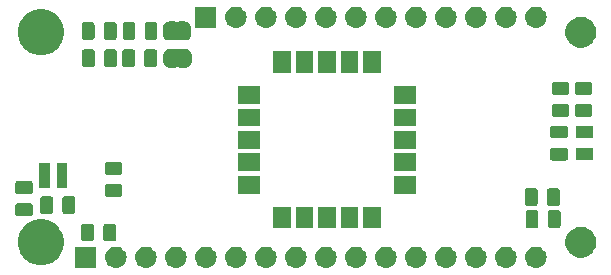
<source format=gbr>
G04 #@! TF.GenerationSoftware,KiCad,Pcbnew,(5.1.4)-1*
G04 #@! TF.CreationDate,2020-01-22T17:25:58-05:00*
G04 #@! TF.ProjectId,Feather-SAM-M8Q-GPS,46656174-6865-4722-9d53-414d2d4d3851,rev?*
G04 #@! TF.SameCoordinates,Original*
G04 #@! TF.FileFunction,Soldermask,Top*
G04 #@! TF.FilePolarity,Negative*
%FSLAX46Y46*%
G04 Gerber Fmt 4.6, Leading zero omitted, Abs format (unit mm)*
G04 Created by KiCad (PCBNEW (5.1.4)-1) date 2020-01-22 17:25:58*
%MOMM*%
%LPD*%
G04 APERTURE LIST*
%ADD10C,0.100000*%
G04 APERTURE END LIST*
D10*
G36*
X130895043Y-76524719D02*
G01*
X130961227Y-76531237D01*
X131131066Y-76582757D01*
X131287591Y-76666422D01*
X131323329Y-76695752D01*
X131424786Y-76779014D01*
X131508048Y-76880471D01*
X131537378Y-76916209D01*
X131621043Y-77072734D01*
X131672563Y-77242573D01*
X131689959Y-77419200D01*
X131672563Y-77595827D01*
X131621043Y-77765666D01*
X131537378Y-77922191D01*
X131508048Y-77957929D01*
X131424786Y-78059386D01*
X131323329Y-78142648D01*
X131287591Y-78171978D01*
X131131066Y-78255643D01*
X130961227Y-78307163D01*
X130895043Y-78313681D01*
X130828860Y-78320200D01*
X130740340Y-78320200D01*
X130674157Y-78313681D01*
X130607973Y-78307163D01*
X130438134Y-78255643D01*
X130281609Y-78171978D01*
X130245871Y-78142648D01*
X130144414Y-78059386D01*
X130061152Y-77957929D01*
X130031822Y-77922191D01*
X129948157Y-77765666D01*
X129896637Y-77595827D01*
X129879241Y-77419200D01*
X129896637Y-77242573D01*
X129948157Y-77072734D01*
X130031822Y-76916209D01*
X130061152Y-76880471D01*
X130144414Y-76779014D01*
X130245871Y-76695752D01*
X130281609Y-76666422D01*
X130438134Y-76582757D01*
X130607973Y-76531237D01*
X130674157Y-76524719D01*
X130740340Y-76518200D01*
X130828860Y-76518200D01*
X130895043Y-76524719D01*
X130895043Y-76524719D01*
G37*
G36*
X108035043Y-76524719D02*
G01*
X108101227Y-76531237D01*
X108271066Y-76582757D01*
X108427591Y-76666422D01*
X108463329Y-76695752D01*
X108564786Y-76779014D01*
X108648048Y-76880471D01*
X108677378Y-76916209D01*
X108761043Y-77072734D01*
X108812563Y-77242573D01*
X108829959Y-77419200D01*
X108812563Y-77595827D01*
X108761043Y-77765666D01*
X108677378Y-77922191D01*
X108648048Y-77957929D01*
X108564786Y-78059386D01*
X108463329Y-78142648D01*
X108427591Y-78171978D01*
X108271066Y-78255643D01*
X108101227Y-78307163D01*
X108035043Y-78313681D01*
X107968860Y-78320200D01*
X107880340Y-78320200D01*
X107814157Y-78313681D01*
X107747973Y-78307163D01*
X107578134Y-78255643D01*
X107421609Y-78171978D01*
X107385871Y-78142648D01*
X107284414Y-78059386D01*
X107201152Y-77957929D01*
X107171822Y-77922191D01*
X107088157Y-77765666D01*
X107036637Y-77595827D01*
X107019241Y-77419200D01*
X107036637Y-77242573D01*
X107088157Y-77072734D01*
X107171822Y-76916209D01*
X107201152Y-76880471D01*
X107284414Y-76779014D01*
X107385871Y-76695752D01*
X107421609Y-76666422D01*
X107578134Y-76582757D01*
X107747973Y-76531237D01*
X107814157Y-76524719D01*
X107880340Y-76518200D01*
X107968860Y-76518200D01*
X108035043Y-76524719D01*
X108035043Y-76524719D01*
G37*
G36*
X125815043Y-76524719D02*
G01*
X125881227Y-76531237D01*
X126051066Y-76582757D01*
X126207591Y-76666422D01*
X126243329Y-76695752D01*
X126344786Y-76779014D01*
X126428048Y-76880471D01*
X126457378Y-76916209D01*
X126541043Y-77072734D01*
X126592563Y-77242573D01*
X126609959Y-77419200D01*
X126592563Y-77595827D01*
X126541043Y-77765666D01*
X126457378Y-77922191D01*
X126428048Y-77957929D01*
X126344786Y-78059386D01*
X126243329Y-78142648D01*
X126207591Y-78171978D01*
X126051066Y-78255643D01*
X125881227Y-78307163D01*
X125815043Y-78313681D01*
X125748860Y-78320200D01*
X125660340Y-78320200D01*
X125594157Y-78313681D01*
X125527973Y-78307163D01*
X125358134Y-78255643D01*
X125201609Y-78171978D01*
X125165871Y-78142648D01*
X125064414Y-78059386D01*
X124981152Y-77957929D01*
X124951822Y-77922191D01*
X124868157Y-77765666D01*
X124816637Y-77595827D01*
X124799241Y-77419200D01*
X124816637Y-77242573D01*
X124868157Y-77072734D01*
X124951822Y-76916209D01*
X124981152Y-76880471D01*
X125064414Y-76779014D01*
X125165871Y-76695752D01*
X125201609Y-76666422D01*
X125358134Y-76582757D01*
X125527973Y-76531237D01*
X125594157Y-76524719D01*
X125660340Y-76518200D01*
X125748860Y-76518200D01*
X125815043Y-76524719D01*
X125815043Y-76524719D01*
G37*
G36*
X123275043Y-76524719D02*
G01*
X123341227Y-76531237D01*
X123511066Y-76582757D01*
X123667591Y-76666422D01*
X123703329Y-76695752D01*
X123804786Y-76779014D01*
X123888048Y-76880471D01*
X123917378Y-76916209D01*
X124001043Y-77072734D01*
X124052563Y-77242573D01*
X124069959Y-77419200D01*
X124052563Y-77595827D01*
X124001043Y-77765666D01*
X123917378Y-77922191D01*
X123888048Y-77957929D01*
X123804786Y-78059386D01*
X123703329Y-78142648D01*
X123667591Y-78171978D01*
X123511066Y-78255643D01*
X123341227Y-78307163D01*
X123275043Y-78313681D01*
X123208860Y-78320200D01*
X123120340Y-78320200D01*
X123054157Y-78313681D01*
X122987973Y-78307163D01*
X122818134Y-78255643D01*
X122661609Y-78171978D01*
X122625871Y-78142648D01*
X122524414Y-78059386D01*
X122441152Y-77957929D01*
X122411822Y-77922191D01*
X122328157Y-77765666D01*
X122276637Y-77595827D01*
X122259241Y-77419200D01*
X122276637Y-77242573D01*
X122328157Y-77072734D01*
X122411822Y-76916209D01*
X122441152Y-76880471D01*
X122524414Y-76779014D01*
X122625871Y-76695752D01*
X122661609Y-76666422D01*
X122818134Y-76582757D01*
X122987973Y-76531237D01*
X123054157Y-76524719D01*
X123120340Y-76518200D01*
X123208860Y-76518200D01*
X123275043Y-76524719D01*
X123275043Y-76524719D01*
G37*
G36*
X120735043Y-76524719D02*
G01*
X120801227Y-76531237D01*
X120971066Y-76582757D01*
X121127591Y-76666422D01*
X121163329Y-76695752D01*
X121264786Y-76779014D01*
X121348048Y-76880471D01*
X121377378Y-76916209D01*
X121461043Y-77072734D01*
X121512563Y-77242573D01*
X121529959Y-77419200D01*
X121512563Y-77595827D01*
X121461043Y-77765666D01*
X121377378Y-77922191D01*
X121348048Y-77957929D01*
X121264786Y-78059386D01*
X121163329Y-78142648D01*
X121127591Y-78171978D01*
X120971066Y-78255643D01*
X120801227Y-78307163D01*
X120735043Y-78313681D01*
X120668860Y-78320200D01*
X120580340Y-78320200D01*
X120514157Y-78313681D01*
X120447973Y-78307163D01*
X120278134Y-78255643D01*
X120121609Y-78171978D01*
X120085871Y-78142648D01*
X119984414Y-78059386D01*
X119901152Y-77957929D01*
X119871822Y-77922191D01*
X119788157Y-77765666D01*
X119736637Y-77595827D01*
X119719241Y-77419200D01*
X119736637Y-77242573D01*
X119788157Y-77072734D01*
X119871822Y-76916209D01*
X119901152Y-76880471D01*
X119984414Y-76779014D01*
X120085871Y-76695752D01*
X120121609Y-76666422D01*
X120278134Y-76582757D01*
X120447973Y-76531237D01*
X120514157Y-76524719D01*
X120580340Y-76518200D01*
X120668860Y-76518200D01*
X120735043Y-76524719D01*
X120735043Y-76524719D01*
G37*
G36*
X118195043Y-76524719D02*
G01*
X118261227Y-76531237D01*
X118431066Y-76582757D01*
X118587591Y-76666422D01*
X118623329Y-76695752D01*
X118724786Y-76779014D01*
X118808048Y-76880471D01*
X118837378Y-76916209D01*
X118921043Y-77072734D01*
X118972563Y-77242573D01*
X118989959Y-77419200D01*
X118972563Y-77595827D01*
X118921043Y-77765666D01*
X118837378Y-77922191D01*
X118808048Y-77957929D01*
X118724786Y-78059386D01*
X118623329Y-78142648D01*
X118587591Y-78171978D01*
X118431066Y-78255643D01*
X118261227Y-78307163D01*
X118195043Y-78313681D01*
X118128860Y-78320200D01*
X118040340Y-78320200D01*
X117974157Y-78313681D01*
X117907973Y-78307163D01*
X117738134Y-78255643D01*
X117581609Y-78171978D01*
X117545871Y-78142648D01*
X117444414Y-78059386D01*
X117361152Y-77957929D01*
X117331822Y-77922191D01*
X117248157Y-77765666D01*
X117196637Y-77595827D01*
X117179241Y-77419200D01*
X117196637Y-77242573D01*
X117248157Y-77072734D01*
X117331822Y-76916209D01*
X117361152Y-76880471D01*
X117444414Y-76779014D01*
X117545871Y-76695752D01*
X117581609Y-76666422D01*
X117738134Y-76582757D01*
X117907973Y-76531237D01*
X117974157Y-76524719D01*
X118040340Y-76518200D01*
X118128860Y-76518200D01*
X118195043Y-76524719D01*
X118195043Y-76524719D01*
G37*
G36*
X115655043Y-76524719D02*
G01*
X115721227Y-76531237D01*
X115891066Y-76582757D01*
X116047591Y-76666422D01*
X116083329Y-76695752D01*
X116184786Y-76779014D01*
X116268048Y-76880471D01*
X116297378Y-76916209D01*
X116381043Y-77072734D01*
X116432563Y-77242573D01*
X116449959Y-77419200D01*
X116432563Y-77595827D01*
X116381043Y-77765666D01*
X116297378Y-77922191D01*
X116268048Y-77957929D01*
X116184786Y-78059386D01*
X116083329Y-78142648D01*
X116047591Y-78171978D01*
X115891066Y-78255643D01*
X115721227Y-78307163D01*
X115655043Y-78313681D01*
X115588860Y-78320200D01*
X115500340Y-78320200D01*
X115434157Y-78313681D01*
X115367973Y-78307163D01*
X115198134Y-78255643D01*
X115041609Y-78171978D01*
X115005871Y-78142648D01*
X114904414Y-78059386D01*
X114821152Y-77957929D01*
X114791822Y-77922191D01*
X114708157Y-77765666D01*
X114656637Y-77595827D01*
X114639241Y-77419200D01*
X114656637Y-77242573D01*
X114708157Y-77072734D01*
X114791822Y-76916209D01*
X114821152Y-76880471D01*
X114904414Y-76779014D01*
X115005871Y-76695752D01*
X115041609Y-76666422D01*
X115198134Y-76582757D01*
X115367973Y-76531237D01*
X115434157Y-76524719D01*
X115500340Y-76518200D01*
X115588860Y-76518200D01*
X115655043Y-76524719D01*
X115655043Y-76524719D01*
G37*
G36*
X113115043Y-76524719D02*
G01*
X113181227Y-76531237D01*
X113351066Y-76582757D01*
X113507591Y-76666422D01*
X113543329Y-76695752D01*
X113644786Y-76779014D01*
X113728048Y-76880471D01*
X113757378Y-76916209D01*
X113841043Y-77072734D01*
X113892563Y-77242573D01*
X113909959Y-77419200D01*
X113892563Y-77595827D01*
X113841043Y-77765666D01*
X113757378Y-77922191D01*
X113728048Y-77957929D01*
X113644786Y-78059386D01*
X113543329Y-78142648D01*
X113507591Y-78171978D01*
X113351066Y-78255643D01*
X113181227Y-78307163D01*
X113115043Y-78313681D01*
X113048860Y-78320200D01*
X112960340Y-78320200D01*
X112894157Y-78313681D01*
X112827973Y-78307163D01*
X112658134Y-78255643D01*
X112501609Y-78171978D01*
X112465871Y-78142648D01*
X112364414Y-78059386D01*
X112281152Y-77957929D01*
X112251822Y-77922191D01*
X112168157Y-77765666D01*
X112116637Y-77595827D01*
X112099241Y-77419200D01*
X112116637Y-77242573D01*
X112168157Y-77072734D01*
X112251822Y-76916209D01*
X112281152Y-76880471D01*
X112364414Y-76779014D01*
X112465871Y-76695752D01*
X112501609Y-76666422D01*
X112658134Y-76582757D01*
X112827973Y-76531237D01*
X112894157Y-76524719D01*
X112960340Y-76518200D01*
X113048860Y-76518200D01*
X113115043Y-76524719D01*
X113115043Y-76524719D01*
G37*
G36*
X110575043Y-76524719D02*
G01*
X110641227Y-76531237D01*
X110811066Y-76582757D01*
X110967591Y-76666422D01*
X111003329Y-76695752D01*
X111104786Y-76779014D01*
X111188048Y-76880471D01*
X111217378Y-76916209D01*
X111301043Y-77072734D01*
X111352563Y-77242573D01*
X111369959Y-77419200D01*
X111352563Y-77595827D01*
X111301043Y-77765666D01*
X111217378Y-77922191D01*
X111188048Y-77957929D01*
X111104786Y-78059386D01*
X111003329Y-78142648D01*
X110967591Y-78171978D01*
X110811066Y-78255643D01*
X110641227Y-78307163D01*
X110575043Y-78313681D01*
X110508860Y-78320200D01*
X110420340Y-78320200D01*
X110354157Y-78313681D01*
X110287973Y-78307163D01*
X110118134Y-78255643D01*
X109961609Y-78171978D01*
X109925871Y-78142648D01*
X109824414Y-78059386D01*
X109741152Y-77957929D01*
X109711822Y-77922191D01*
X109628157Y-77765666D01*
X109576637Y-77595827D01*
X109559241Y-77419200D01*
X109576637Y-77242573D01*
X109628157Y-77072734D01*
X109711822Y-76916209D01*
X109741152Y-76880471D01*
X109824414Y-76779014D01*
X109925871Y-76695752D01*
X109961609Y-76666422D01*
X110118134Y-76582757D01*
X110287973Y-76531237D01*
X110354157Y-76524719D01*
X110420340Y-76518200D01*
X110508860Y-76518200D01*
X110575043Y-76524719D01*
X110575043Y-76524719D01*
G37*
G36*
X105495043Y-76524719D02*
G01*
X105561227Y-76531237D01*
X105731066Y-76582757D01*
X105887591Y-76666422D01*
X105923329Y-76695752D01*
X106024786Y-76779014D01*
X106108048Y-76880471D01*
X106137378Y-76916209D01*
X106221043Y-77072734D01*
X106272563Y-77242573D01*
X106289959Y-77419200D01*
X106272563Y-77595827D01*
X106221043Y-77765666D01*
X106137378Y-77922191D01*
X106108048Y-77957929D01*
X106024786Y-78059386D01*
X105923329Y-78142648D01*
X105887591Y-78171978D01*
X105731066Y-78255643D01*
X105561227Y-78307163D01*
X105495043Y-78313681D01*
X105428860Y-78320200D01*
X105340340Y-78320200D01*
X105274157Y-78313681D01*
X105207973Y-78307163D01*
X105038134Y-78255643D01*
X104881609Y-78171978D01*
X104845871Y-78142648D01*
X104744414Y-78059386D01*
X104661152Y-77957929D01*
X104631822Y-77922191D01*
X104548157Y-77765666D01*
X104496637Y-77595827D01*
X104479241Y-77419200D01*
X104496637Y-77242573D01*
X104548157Y-77072734D01*
X104631822Y-76916209D01*
X104661152Y-76880471D01*
X104744414Y-76779014D01*
X104845871Y-76695752D01*
X104881609Y-76666422D01*
X105038134Y-76582757D01*
X105207973Y-76531237D01*
X105274157Y-76524719D01*
X105340340Y-76518200D01*
X105428860Y-76518200D01*
X105495043Y-76524719D01*
X105495043Y-76524719D01*
G37*
G36*
X128355043Y-76524719D02*
G01*
X128421227Y-76531237D01*
X128591066Y-76582757D01*
X128747591Y-76666422D01*
X128783329Y-76695752D01*
X128884786Y-76779014D01*
X128968048Y-76880471D01*
X128997378Y-76916209D01*
X129081043Y-77072734D01*
X129132563Y-77242573D01*
X129149959Y-77419200D01*
X129132563Y-77595827D01*
X129081043Y-77765666D01*
X128997378Y-77922191D01*
X128968048Y-77957929D01*
X128884786Y-78059386D01*
X128783329Y-78142648D01*
X128747591Y-78171978D01*
X128591066Y-78255643D01*
X128421227Y-78307163D01*
X128355043Y-78313681D01*
X128288860Y-78320200D01*
X128200340Y-78320200D01*
X128134157Y-78313681D01*
X128067973Y-78307163D01*
X127898134Y-78255643D01*
X127741609Y-78171978D01*
X127705871Y-78142648D01*
X127604414Y-78059386D01*
X127521152Y-77957929D01*
X127491822Y-77922191D01*
X127408157Y-77765666D01*
X127356637Y-77595827D01*
X127339241Y-77419200D01*
X127356637Y-77242573D01*
X127408157Y-77072734D01*
X127491822Y-76916209D01*
X127521152Y-76880471D01*
X127604414Y-76779014D01*
X127705871Y-76695752D01*
X127741609Y-76666422D01*
X127898134Y-76582757D01*
X128067973Y-76531237D01*
X128134157Y-76524719D01*
X128200340Y-76518200D01*
X128288860Y-76518200D01*
X128355043Y-76524719D01*
X128355043Y-76524719D01*
G37*
G36*
X93585600Y-78320200D02*
G01*
X91783600Y-78320200D01*
X91783600Y-76518200D01*
X93585600Y-76518200D01*
X93585600Y-78320200D01*
X93585600Y-78320200D01*
G37*
G36*
X95335043Y-76524719D02*
G01*
X95401227Y-76531237D01*
X95571066Y-76582757D01*
X95727591Y-76666422D01*
X95763329Y-76695752D01*
X95864786Y-76779014D01*
X95948048Y-76880471D01*
X95977378Y-76916209D01*
X96061043Y-77072734D01*
X96112563Y-77242573D01*
X96129959Y-77419200D01*
X96112563Y-77595827D01*
X96061043Y-77765666D01*
X95977378Y-77922191D01*
X95948048Y-77957929D01*
X95864786Y-78059386D01*
X95763329Y-78142648D01*
X95727591Y-78171978D01*
X95571066Y-78255643D01*
X95401227Y-78307163D01*
X95335043Y-78313681D01*
X95268860Y-78320200D01*
X95180340Y-78320200D01*
X95114157Y-78313681D01*
X95047973Y-78307163D01*
X94878134Y-78255643D01*
X94721609Y-78171978D01*
X94685871Y-78142648D01*
X94584414Y-78059386D01*
X94501152Y-77957929D01*
X94471822Y-77922191D01*
X94388157Y-77765666D01*
X94336637Y-77595827D01*
X94319241Y-77419200D01*
X94336637Y-77242573D01*
X94388157Y-77072734D01*
X94471822Y-76916209D01*
X94501152Y-76880471D01*
X94584414Y-76779014D01*
X94685871Y-76695752D01*
X94721609Y-76666422D01*
X94878134Y-76582757D01*
X95047973Y-76531237D01*
X95114157Y-76524719D01*
X95180340Y-76518200D01*
X95268860Y-76518200D01*
X95335043Y-76524719D01*
X95335043Y-76524719D01*
G37*
G36*
X97875043Y-76524719D02*
G01*
X97941227Y-76531237D01*
X98111066Y-76582757D01*
X98267591Y-76666422D01*
X98303329Y-76695752D01*
X98404786Y-76779014D01*
X98488048Y-76880471D01*
X98517378Y-76916209D01*
X98601043Y-77072734D01*
X98652563Y-77242573D01*
X98669959Y-77419200D01*
X98652563Y-77595827D01*
X98601043Y-77765666D01*
X98517378Y-77922191D01*
X98488048Y-77957929D01*
X98404786Y-78059386D01*
X98303329Y-78142648D01*
X98267591Y-78171978D01*
X98111066Y-78255643D01*
X97941227Y-78307163D01*
X97875043Y-78313681D01*
X97808860Y-78320200D01*
X97720340Y-78320200D01*
X97654157Y-78313681D01*
X97587973Y-78307163D01*
X97418134Y-78255643D01*
X97261609Y-78171978D01*
X97225871Y-78142648D01*
X97124414Y-78059386D01*
X97041152Y-77957929D01*
X97011822Y-77922191D01*
X96928157Y-77765666D01*
X96876637Y-77595827D01*
X96859241Y-77419200D01*
X96876637Y-77242573D01*
X96928157Y-77072734D01*
X97011822Y-76916209D01*
X97041152Y-76880471D01*
X97124414Y-76779014D01*
X97225871Y-76695752D01*
X97261609Y-76666422D01*
X97418134Y-76582757D01*
X97587973Y-76531237D01*
X97654157Y-76524719D01*
X97720340Y-76518200D01*
X97808860Y-76518200D01*
X97875043Y-76524719D01*
X97875043Y-76524719D01*
G37*
G36*
X100415043Y-76524719D02*
G01*
X100481227Y-76531237D01*
X100651066Y-76582757D01*
X100807591Y-76666422D01*
X100843329Y-76695752D01*
X100944786Y-76779014D01*
X101028048Y-76880471D01*
X101057378Y-76916209D01*
X101141043Y-77072734D01*
X101192563Y-77242573D01*
X101209959Y-77419200D01*
X101192563Y-77595827D01*
X101141043Y-77765666D01*
X101057378Y-77922191D01*
X101028048Y-77957929D01*
X100944786Y-78059386D01*
X100843329Y-78142648D01*
X100807591Y-78171978D01*
X100651066Y-78255643D01*
X100481227Y-78307163D01*
X100415043Y-78313681D01*
X100348860Y-78320200D01*
X100260340Y-78320200D01*
X100194157Y-78313681D01*
X100127973Y-78307163D01*
X99958134Y-78255643D01*
X99801609Y-78171978D01*
X99765871Y-78142648D01*
X99664414Y-78059386D01*
X99581152Y-77957929D01*
X99551822Y-77922191D01*
X99468157Y-77765666D01*
X99416637Y-77595827D01*
X99399241Y-77419200D01*
X99416637Y-77242573D01*
X99468157Y-77072734D01*
X99551822Y-76916209D01*
X99581152Y-76880471D01*
X99664414Y-76779014D01*
X99765871Y-76695752D01*
X99801609Y-76666422D01*
X99958134Y-76582757D01*
X100127973Y-76531237D01*
X100194157Y-76524719D01*
X100260340Y-76518200D01*
X100348860Y-76518200D01*
X100415043Y-76524719D01*
X100415043Y-76524719D01*
G37*
G36*
X102955043Y-76524719D02*
G01*
X103021227Y-76531237D01*
X103191066Y-76582757D01*
X103347591Y-76666422D01*
X103383329Y-76695752D01*
X103484786Y-76779014D01*
X103568048Y-76880471D01*
X103597378Y-76916209D01*
X103681043Y-77072734D01*
X103732563Y-77242573D01*
X103749959Y-77419200D01*
X103732563Y-77595827D01*
X103681043Y-77765666D01*
X103597378Y-77922191D01*
X103568048Y-77957929D01*
X103484786Y-78059386D01*
X103383329Y-78142648D01*
X103347591Y-78171978D01*
X103191066Y-78255643D01*
X103021227Y-78307163D01*
X102955043Y-78313681D01*
X102888860Y-78320200D01*
X102800340Y-78320200D01*
X102734157Y-78313681D01*
X102667973Y-78307163D01*
X102498134Y-78255643D01*
X102341609Y-78171978D01*
X102305871Y-78142648D01*
X102204414Y-78059386D01*
X102121152Y-77957929D01*
X102091822Y-77922191D01*
X102008157Y-77765666D01*
X101956637Y-77595827D01*
X101939241Y-77419200D01*
X101956637Y-77242573D01*
X102008157Y-77072734D01*
X102091822Y-76916209D01*
X102121152Y-76880471D01*
X102204414Y-76779014D01*
X102305871Y-76695752D01*
X102341609Y-76666422D01*
X102498134Y-76582757D01*
X102667973Y-76531237D01*
X102734157Y-76524719D01*
X102800340Y-76518200D01*
X102888860Y-76518200D01*
X102955043Y-76524719D01*
X102955043Y-76524719D01*
G37*
G36*
X89443685Y-74273175D02*
G01*
X89798743Y-74420245D01*
X89798745Y-74420246D01*
X90118290Y-74633759D01*
X90390041Y-74905510D01*
X90450684Y-74996269D01*
X90603555Y-75225057D01*
X90750625Y-75580115D01*
X90825600Y-75957042D01*
X90825600Y-76341358D01*
X90750625Y-76718285D01*
X90668642Y-76916209D01*
X90603554Y-77073345D01*
X90390041Y-77392890D01*
X90118290Y-77664641D01*
X89798745Y-77878154D01*
X89798744Y-77878155D01*
X89798743Y-77878155D01*
X89443685Y-78025225D01*
X89066758Y-78100200D01*
X88682442Y-78100200D01*
X88305515Y-78025225D01*
X87950457Y-77878155D01*
X87950456Y-77878155D01*
X87950455Y-77878154D01*
X87630910Y-77664641D01*
X87359159Y-77392890D01*
X87145646Y-77073345D01*
X87080558Y-76916209D01*
X86998575Y-76718285D01*
X86923600Y-76341358D01*
X86923600Y-75957042D01*
X86998575Y-75580115D01*
X87145645Y-75225057D01*
X87298516Y-74996269D01*
X87359159Y-74905510D01*
X87630910Y-74633759D01*
X87950455Y-74420246D01*
X87950457Y-74420245D01*
X88305515Y-74273175D01*
X88682442Y-74198200D01*
X89066758Y-74198200D01*
X89443685Y-74273175D01*
X89443685Y-74273175D01*
G37*
G36*
X134974087Y-74898196D02*
G01*
X135210853Y-74996268D01*
X135210855Y-74996269D01*
X135423939Y-75138647D01*
X135605153Y-75319861D01*
X135747532Y-75532947D01*
X135845604Y-75769713D01*
X135895600Y-76021061D01*
X135895600Y-76277339D01*
X135845604Y-76528687D01*
X135767069Y-76718286D01*
X135747531Y-76765455D01*
X135605153Y-76978539D01*
X135423939Y-77159753D01*
X135210855Y-77302131D01*
X135210854Y-77302132D01*
X135210853Y-77302132D01*
X134974087Y-77400204D01*
X134722739Y-77450200D01*
X134466461Y-77450200D01*
X134215113Y-77400204D01*
X133978347Y-77302132D01*
X133978346Y-77302132D01*
X133978345Y-77302131D01*
X133765261Y-77159753D01*
X133584047Y-76978539D01*
X133441669Y-76765455D01*
X133422131Y-76718286D01*
X133343596Y-76528687D01*
X133293600Y-76277339D01*
X133293600Y-76021061D01*
X133343596Y-75769713D01*
X133441668Y-75532947D01*
X133584047Y-75319861D01*
X133765261Y-75138647D01*
X133978345Y-74996269D01*
X133978347Y-74996268D01*
X134215113Y-74898196D01*
X134466461Y-74848200D01*
X134722739Y-74848200D01*
X134974087Y-74898196D01*
X134974087Y-74898196D01*
G37*
G36*
X93201108Y-74579805D02*
G01*
X93239778Y-74591536D01*
X93275417Y-74610586D01*
X93306657Y-74636223D01*
X93332294Y-74667463D01*
X93351344Y-74703102D01*
X93363075Y-74741772D01*
X93367640Y-74788128D01*
X93367640Y-75864352D01*
X93363075Y-75910708D01*
X93351344Y-75949378D01*
X93332294Y-75985017D01*
X93306657Y-76016257D01*
X93275417Y-76041894D01*
X93239778Y-76060944D01*
X93201108Y-76072675D01*
X93154752Y-76077240D01*
X92503528Y-76077240D01*
X92457172Y-76072675D01*
X92418502Y-76060944D01*
X92382863Y-76041894D01*
X92351623Y-76016257D01*
X92325986Y-75985017D01*
X92306936Y-75949378D01*
X92295205Y-75910708D01*
X92290640Y-75864352D01*
X92290640Y-74788128D01*
X92295205Y-74741772D01*
X92306936Y-74703102D01*
X92325986Y-74667463D01*
X92351623Y-74636223D01*
X92382863Y-74610586D01*
X92418502Y-74591536D01*
X92457172Y-74579805D01*
X92503528Y-74575240D01*
X93154752Y-74575240D01*
X93201108Y-74579805D01*
X93201108Y-74579805D01*
G37*
G36*
X95076108Y-74579805D02*
G01*
X95114778Y-74591536D01*
X95150417Y-74610586D01*
X95181657Y-74636223D01*
X95207294Y-74667463D01*
X95226344Y-74703102D01*
X95238075Y-74741772D01*
X95242640Y-74788128D01*
X95242640Y-75864352D01*
X95238075Y-75910708D01*
X95226344Y-75949378D01*
X95207294Y-75985017D01*
X95181657Y-76016257D01*
X95150417Y-76041894D01*
X95114778Y-76060944D01*
X95076108Y-76072675D01*
X95029752Y-76077240D01*
X94378528Y-76077240D01*
X94332172Y-76072675D01*
X94293502Y-76060944D01*
X94257863Y-76041894D01*
X94226623Y-76016257D01*
X94200986Y-75985017D01*
X94181936Y-75949378D01*
X94170205Y-75910708D01*
X94165640Y-75864352D01*
X94165640Y-74788128D01*
X94170205Y-74741772D01*
X94181936Y-74703102D01*
X94200986Y-74667463D01*
X94226623Y-74636223D01*
X94257863Y-74610586D01*
X94293502Y-74591536D01*
X94332172Y-74579805D01*
X94378528Y-74575240D01*
X95029752Y-74575240D01*
X95076108Y-74579805D01*
X95076108Y-74579805D01*
G37*
G36*
X110051121Y-74982721D02*
G01*
X108551119Y-74982721D01*
X108551119Y-73182719D01*
X110051121Y-73182719D01*
X110051121Y-74982721D01*
X110051121Y-74982721D01*
G37*
G36*
X111951121Y-74982721D02*
G01*
X110451119Y-74982721D01*
X110451119Y-73182719D01*
X111951121Y-73182719D01*
X111951121Y-74982721D01*
X111951121Y-74982721D01*
G37*
G36*
X113851121Y-74982721D02*
G01*
X112351119Y-74982721D01*
X112351119Y-73182719D01*
X113851121Y-73182719D01*
X113851121Y-74982721D01*
X113851121Y-74982721D01*
G37*
G36*
X115751121Y-74982721D02*
G01*
X114251119Y-74982721D01*
X114251119Y-73182719D01*
X115751121Y-73182719D01*
X115751121Y-74982721D01*
X115751121Y-74982721D01*
G37*
G36*
X117651121Y-74982721D02*
G01*
X116151119Y-74982721D01*
X116151119Y-73182719D01*
X117651121Y-73182719D01*
X117651121Y-74982721D01*
X117651121Y-74982721D01*
G37*
G36*
X130843908Y-73446965D02*
G01*
X130882578Y-73458696D01*
X130918217Y-73477746D01*
X130949457Y-73503383D01*
X130975094Y-73534623D01*
X130994144Y-73570262D01*
X131005875Y-73608932D01*
X131010440Y-73655288D01*
X131010440Y-74731512D01*
X131005875Y-74777868D01*
X130994144Y-74816538D01*
X130975094Y-74852177D01*
X130949457Y-74883417D01*
X130918217Y-74909054D01*
X130882578Y-74928104D01*
X130843908Y-74939835D01*
X130797552Y-74944400D01*
X130146328Y-74944400D01*
X130099972Y-74939835D01*
X130061302Y-74928104D01*
X130025663Y-74909054D01*
X129994423Y-74883417D01*
X129968786Y-74852177D01*
X129949736Y-74816538D01*
X129938005Y-74777868D01*
X129933440Y-74731512D01*
X129933440Y-73655288D01*
X129938005Y-73608932D01*
X129949736Y-73570262D01*
X129968786Y-73534623D01*
X129994423Y-73503383D01*
X130025663Y-73477746D01*
X130061302Y-73458696D01*
X130099972Y-73446965D01*
X130146328Y-73442400D01*
X130797552Y-73442400D01*
X130843908Y-73446965D01*
X130843908Y-73446965D01*
G37*
G36*
X132718908Y-73446965D02*
G01*
X132757578Y-73458696D01*
X132793217Y-73477746D01*
X132824457Y-73503383D01*
X132850094Y-73534623D01*
X132869144Y-73570262D01*
X132880875Y-73608932D01*
X132885440Y-73655288D01*
X132885440Y-74731512D01*
X132880875Y-74777868D01*
X132869144Y-74816538D01*
X132850094Y-74852177D01*
X132824457Y-74883417D01*
X132793217Y-74909054D01*
X132757578Y-74928104D01*
X132718908Y-74939835D01*
X132672552Y-74944400D01*
X132021328Y-74944400D01*
X131974972Y-74939835D01*
X131936302Y-74928104D01*
X131900663Y-74909054D01*
X131869423Y-74883417D01*
X131843786Y-74852177D01*
X131824736Y-74816538D01*
X131813005Y-74777868D01*
X131808440Y-74731512D01*
X131808440Y-73655288D01*
X131813005Y-73608932D01*
X131824736Y-73570262D01*
X131843786Y-73534623D01*
X131869423Y-73503383D01*
X131900663Y-73477746D01*
X131936302Y-73458696D01*
X131974972Y-73446965D01*
X132021328Y-73442400D01*
X132672552Y-73442400D01*
X132718908Y-73446965D01*
X132718908Y-73446965D01*
G37*
G36*
X88036668Y-72849445D02*
G01*
X88075338Y-72861176D01*
X88110977Y-72880226D01*
X88142217Y-72905863D01*
X88167854Y-72937103D01*
X88186904Y-72972742D01*
X88198635Y-73011412D01*
X88203200Y-73057768D01*
X88203200Y-73708992D01*
X88198635Y-73755348D01*
X88186904Y-73794018D01*
X88167854Y-73829657D01*
X88142217Y-73860897D01*
X88110977Y-73886534D01*
X88075338Y-73905584D01*
X88036668Y-73917315D01*
X87990312Y-73921880D01*
X86914088Y-73921880D01*
X86867732Y-73917315D01*
X86829062Y-73905584D01*
X86793423Y-73886534D01*
X86762183Y-73860897D01*
X86736546Y-73829657D01*
X86717496Y-73794018D01*
X86705765Y-73755348D01*
X86701200Y-73708992D01*
X86701200Y-73057768D01*
X86705765Y-73011412D01*
X86717496Y-72972742D01*
X86736546Y-72937103D01*
X86762183Y-72905863D01*
X86793423Y-72880226D01*
X86829062Y-72861176D01*
X86867732Y-72849445D01*
X86914088Y-72844880D01*
X87990312Y-72844880D01*
X88036668Y-72849445D01*
X88036668Y-72849445D01*
G37*
G36*
X91611548Y-72253165D02*
G01*
X91650218Y-72264896D01*
X91685857Y-72283946D01*
X91717097Y-72309583D01*
X91742734Y-72340823D01*
X91761784Y-72376462D01*
X91773515Y-72415132D01*
X91778080Y-72461488D01*
X91778080Y-73537712D01*
X91773515Y-73584068D01*
X91761784Y-73622738D01*
X91742734Y-73658377D01*
X91717097Y-73689617D01*
X91685857Y-73715254D01*
X91650218Y-73734304D01*
X91611548Y-73746035D01*
X91565192Y-73750600D01*
X90913968Y-73750600D01*
X90867612Y-73746035D01*
X90828942Y-73734304D01*
X90793303Y-73715254D01*
X90762063Y-73689617D01*
X90736426Y-73658377D01*
X90717376Y-73622738D01*
X90705645Y-73584068D01*
X90701080Y-73537712D01*
X90701080Y-72461488D01*
X90705645Y-72415132D01*
X90717376Y-72376462D01*
X90736426Y-72340823D01*
X90762063Y-72309583D01*
X90793303Y-72283946D01*
X90828942Y-72264896D01*
X90867612Y-72253165D01*
X90913968Y-72248600D01*
X91565192Y-72248600D01*
X91611548Y-72253165D01*
X91611548Y-72253165D01*
G37*
G36*
X89736548Y-72253165D02*
G01*
X89775218Y-72264896D01*
X89810857Y-72283946D01*
X89842097Y-72309583D01*
X89867734Y-72340823D01*
X89886784Y-72376462D01*
X89898515Y-72415132D01*
X89903080Y-72461488D01*
X89903080Y-73537712D01*
X89898515Y-73584068D01*
X89886784Y-73622738D01*
X89867734Y-73658377D01*
X89842097Y-73689617D01*
X89810857Y-73715254D01*
X89775218Y-73734304D01*
X89736548Y-73746035D01*
X89690192Y-73750600D01*
X89038968Y-73750600D01*
X88992612Y-73746035D01*
X88953942Y-73734304D01*
X88918303Y-73715254D01*
X88887063Y-73689617D01*
X88861426Y-73658377D01*
X88842376Y-73622738D01*
X88830645Y-73584068D01*
X88826080Y-73537712D01*
X88826080Y-72461488D01*
X88830645Y-72415132D01*
X88842376Y-72376462D01*
X88861426Y-72340823D01*
X88887063Y-72309583D01*
X88918303Y-72283946D01*
X88953942Y-72264896D01*
X88992612Y-72253165D01*
X89038968Y-72248600D01*
X89690192Y-72248600D01*
X89736548Y-72253165D01*
X89736548Y-72253165D01*
G37*
G36*
X132645488Y-71577525D02*
G01*
X132684158Y-71589256D01*
X132719797Y-71608306D01*
X132751037Y-71633943D01*
X132776674Y-71665183D01*
X132795724Y-71700822D01*
X132807455Y-71739492D01*
X132812020Y-71785848D01*
X132812020Y-72862072D01*
X132807455Y-72908428D01*
X132795724Y-72947098D01*
X132776674Y-72982737D01*
X132751037Y-73013977D01*
X132719797Y-73039614D01*
X132684158Y-73058664D01*
X132645488Y-73070395D01*
X132599132Y-73074960D01*
X131947908Y-73074960D01*
X131901552Y-73070395D01*
X131862882Y-73058664D01*
X131827243Y-73039614D01*
X131796003Y-73013977D01*
X131770366Y-72982737D01*
X131751316Y-72947098D01*
X131739585Y-72908428D01*
X131735020Y-72862072D01*
X131735020Y-71785848D01*
X131739585Y-71739492D01*
X131751316Y-71700822D01*
X131770366Y-71665183D01*
X131796003Y-71633943D01*
X131827243Y-71608306D01*
X131862882Y-71589256D01*
X131901552Y-71577525D01*
X131947908Y-71572960D01*
X132599132Y-71572960D01*
X132645488Y-71577525D01*
X132645488Y-71577525D01*
G37*
G36*
X130770488Y-71577525D02*
G01*
X130809158Y-71589256D01*
X130844797Y-71608306D01*
X130876037Y-71633943D01*
X130901674Y-71665183D01*
X130920724Y-71700822D01*
X130932455Y-71739492D01*
X130937020Y-71785848D01*
X130937020Y-72862072D01*
X130932455Y-72908428D01*
X130920724Y-72947098D01*
X130901674Y-72982737D01*
X130876037Y-73013977D01*
X130844797Y-73039614D01*
X130809158Y-73058664D01*
X130770488Y-73070395D01*
X130724132Y-73074960D01*
X130072908Y-73074960D01*
X130026552Y-73070395D01*
X129987882Y-73058664D01*
X129952243Y-73039614D01*
X129921003Y-73013977D01*
X129895366Y-72982737D01*
X129876316Y-72947098D01*
X129864585Y-72908428D01*
X129860020Y-72862072D01*
X129860020Y-71785848D01*
X129864585Y-71739492D01*
X129876316Y-71700822D01*
X129895366Y-71665183D01*
X129921003Y-71633943D01*
X129952243Y-71608306D01*
X129987882Y-71589256D01*
X130026552Y-71577525D01*
X130072908Y-71572960D01*
X130724132Y-71572960D01*
X130770488Y-71577525D01*
X130770488Y-71577525D01*
G37*
G36*
X95610948Y-71234005D02*
G01*
X95649618Y-71245736D01*
X95685257Y-71264786D01*
X95716497Y-71290423D01*
X95742134Y-71321663D01*
X95761184Y-71357302D01*
X95772915Y-71395972D01*
X95777480Y-71442328D01*
X95777480Y-72093552D01*
X95772915Y-72139908D01*
X95761184Y-72178578D01*
X95742134Y-72214217D01*
X95716497Y-72245457D01*
X95685257Y-72271094D01*
X95649618Y-72290144D01*
X95610948Y-72301875D01*
X95564592Y-72306440D01*
X94488368Y-72306440D01*
X94442012Y-72301875D01*
X94403342Y-72290144D01*
X94367703Y-72271094D01*
X94336463Y-72245457D01*
X94310826Y-72214217D01*
X94291776Y-72178578D01*
X94280045Y-72139908D01*
X94275480Y-72093552D01*
X94275480Y-71442328D01*
X94280045Y-71395972D01*
X94291776Y-71357302D01*
X94310826Y-71321663D01*
X94336463Y-71290423D01*
X94367703Y-71264786D01*
X94403342Y-71245736D01*
X94442012Y-71234005D01*
X94488368Y-71229440D01*
X95564592Y-71229440D01*
X95610948Y-71234005D01*
X95610948Y-71234005D01*
G37*
G36*
X88036668Y-70974445D02*
G01*
X88075338Y-70986176D01*
X88110977Y-71005226D01*
X88142217Y-71030863D01*
X88167854Y-71062103D01*
X88186904Y-71097742D01*
X88198635Y-71136412D01*
X88203200Y-71182768D01*
X88203200Y-71833992D01*
X88198635Y-71880348D01*
X88186904Y-71919018D01*
X88167854Y-71954657D01*
X88142217Y-71985897D01*
X88110977Y-72011534D01*
X88075338Y-72030584D01*
X88036668Y-72042315D01*
X87990312Y-72046880D01*
X86914088Y-72046880D01*
X86867732Y-72042315D01*
X86829062Y-72030584D01*
X86793423Y-72011534D01*
X86762183Y-71985897D01*
X86736546Y-71954657D01*
X86717496Y-71919018D01*
X86705765Y-71880348D01*
X86701200Y-71833992D01*
X86701200Y-71182768D01*
X86705765Y-71136412D01*
X86717496Y-71097742D01*
X86736546Y-71062103D01*
X86762183Y-71030863D01*
X86793423Y-71005226D01*
X86829062Y-70986176D01*
X86867732Y-70974445D01*
X86914088Y-70969880D01*
X87990312Y-70969880D01*
X88036668Y-70974445D01*
X88036668Y-70974445D01*
G37*
G36*
X120601121Y-72032721D02*
G01*
X118801119Y-72032721D01*
X118801119Y-70532719D01*
X120601121Y-70532719D01*
X120601121Y-72032721D01*
X120601121Y-72032721D01*
G37*
G36*
X107401121Y-72032721D02*
G01*
X105601119Y-72032721D01*
X105601119Y-70532719D01*
X107401121Y-70532719D01*
X107401121Y-72032721D01*
X107401121Y-72032721D01*
G37*
G36*
X89629700Y-71523300D02*
G01*
X88727700Y-71523300D01*
X88727700Y-69421300D01*
X89629700Y-69421300D01*
X89629700Y-71523300D01*
X89629700Y-71523300D01*
G37*
G36*
X91129700Y-71523300D02*
G01*
X90227700Y-71523300D01*
X90227700Y-69421300D01*
X91129700Y-69421300D01*
X91129700Y-71523300D01*
X91129700Y-71523300D01*
G37*
G36*
X95610948Y-69359005D02*
G01*
X95649618Y-69370736D01*
X95685257Y-69389786D01*
X95716497Y-69415423D01*
X95742134Y-69446663D01*
X95761184Y-69482302D01*
X95772915Y-69520972D01*
X95777480Y-69567328D01*
X95777480Y-70218552D01*
X95772915Y-70264908D01*
X95761184Y-70303578D01*
X95742134Y-70339217D01*
X95716497Y-70370457D01*
X95685257Y-70396094D01*
X95649618Y-70415144D01*
X95610948Y-70426875D01*
X95564592Y-70431440D01*
X94488368Y-70431440D01*
X94442012Y-70426875D01*
X94403342Y-70415144D01*
X94367703Y-70396094D01*
X94336463Y-70370457D01*
X94310826Y-70339217D01*
X94291776Y-70303578D01*
X94280045Y-70264908D01*
X94275480Y-70218552D01*
X94275480Y-69567328D01*
X94280045Y-69520972D01*
X94291776Y-69482302D01*
X94310826Y-69446663D01*
X94336463Y-69415423D01*
X94367703Y-69389786D01*
X94403342Y-69370736D01*
X94442012Y-69359005D01*
X94488368Y-69354440D01*
X95564592Y-69354440D01*
X95610948Y-69359005D01*
X95610948Y-69359005D01*
G37*
G36*
X107401121Y-70132721D02*
G01*
X105601119Y-70132721D01*
X105601119Y-68632719D01*
X107401121Y-68632719D01*
X107401121Y-70132721D01*
X107401121Y-70132721D01*
G37*
G36*
X120601121Y-70132721D02*
G01*
X118801119Y-70132721D01*
X118801119Y-68632719D01*
X120601121Y-68632719D01*
X120601121Y-70132721D01*
X120601121Y-70132721D01*
G37*
G36*
X133335028Y-68170765D02*
G01*
X133373698Y-68182496D01*
X133409337Y-68201546D01*
X133440577Y-68227183D01*
X133466214Y-68258423D01*
X133485264Y-68294062D01*
X133496995Y-68332732D01*
X133501560Y-68379088D01*
X133501560Y-69030312D01*
X133496995Y-69076668D01*
X133485264Y-69115338D01*
X133466214Y-69150977D01*
X133440577Y-69182217D01*
X133409337Y-69207854D01*
X133373698Y-69226904D01*
X133335028Y-69238635D01*
X133288672Y-69243200D01*
X132212448Y-69243200D01*
X132166092Y-69238635D01*
X132127422Y-69226904D01*
X132091783Y-69207854D01*
X132060543Y-69182217D01*
X132034906Y-69150977D01*
X132015856Y-69115338D01*
X132004125Y-69076668D01*
X131999560Y-69030312D01*
X131999560Y-68379088D01*
X132004125Y-68332732D01*
X132015856Y-68294062D01*
X132034906Y-68258423D01*
X132060543Y-68227183D01*
X132091783Y-68201546D01*
X132127422Y-68182496D01*
X132166092Y-68170765D01*
X132212448Y-68166200D01*
X133288672Y-68166200D01*
X133335028Y-68170765D01*
X133335028Y-68170765D01*
G37*
G36*
X135494028Y-68155525D02*
G01*
X135532698Y-68167256D01*
X135568337Y-68186306D01*
X135599577Y-68211943D01*
X135625214Y-68243183D01*
X135644264Y-68278822D01*
X135655995Y-68317492D01*
X135660560Y-68363848D01*
X135660560Y-69015072D01*
X135655995Y-69061428D01*
X135644264Y-69100098D01*
X135625214Y-69135737D01*
X135599577Y-69166977D01*
X135568337Y-69192614D01*
X135532698Y-69211664D01*
X135494028Y-69223395D01*
X135447672Y-69227960D01*
X134371448Y-69227960D01*
X134325092Y-69223395D01*
X134286422Y-69211664D01*
X134250783Y-69192614D01*
X134219543Y-69166977D01*
X134193906Y-69135737D01*
X134174856Y-69100098D01*
X134163125Y-69061428D01*
X134158560Y-69015072D01*
X134158560Y-68363848D01*
X134163125Y-68317492D01*
X134174856Y-68278822D01*
X134193906Y-68243183D01*
X134219543Y-68211943D01*
X134250783Y-68186306D01*
X134286422Y-68167256D01*
X134325092Y-68155525D01*
X134371448Y-68150960D01*
X135447672Y-68150960D01*
X135494028Y-68155525D01*
X135494028Y-68155525D01*
G37*
G36*
X107401121Y-68232721D02*
G01*
X105601119Y-68232721D01*
X105601119Y-66732719D01*
X107401121Y-66732719D01*
X107401121Y-68232721D01*
X107401121Y-68232721D01*
G37*
G36*
X120601121Y-68232721D02*
G01*
X118801119Y-68232721D01*
X118801119Y-66732719D01*
X120601121Y-66732719D01*
X120601121Y-68232721D01*
X120601121Y-68232721D01*
G37*
G36*
X133335028Y-66295765D02*
G01*
X133373698Y-66307496D01*
X133409337Y-66326546D01*
X133440577Y-66352183D01*
X133466214Y-66383423D01*
X133485264Y-66419062D01*
X133496995Y-66457732D01*
X133501560Y-66504088D01*
X133501560Y-67155312D01*
X133496995Y-67201668D01*
X133485264Y-67240338D01*
X133466214Y-67275977D01*
X133440577Y-67307217D01*
X133409337Y-67332854D01*
X133373698Y-67351904D01*
X133335028Y-67363635D01*
X133288672Y-67368200D01*
X132212448Y-67368200D01*
X132166092Y-67363635D01*
X132127422Y-67351904D01*
X132091783Y-67332854D01*
X132060543Y-67307217D01*
X132034906Y-67275977D01*
X132015856Y-67240338D01*
X132004125Y-67201668D01*
X131999560Y-67155312D01*
X131999560Y-66504088D01*
X132004125Y-66457732D01*
X132015856Y-66419062D01*
X132034906Y-66383423D01*
X132060543Y-66352183D01*
X132091783Y-66326546D01*
X132127422Y-66307496D01*
X132166092Y-66295765D01*
X132212448Y-66291200D01*
X133288672Y-66291200D01*
X133335028Y-66295765D01*
X133335028Y-66295765D01*
G37*
G36*
X135494028Y-66280525D02*
G01*
X135532698Y-66292256D01*
X135568337Y-66311306D01*
X135599577Y-66336943D01*
X135625214Y-66368183D01*
X135644264Y-66403822D01*
X135655995Y-66442492D01*
X135660560Y-66488848D01*
X135660560Y-67140072D01*
X135655995Y-67186428D01*
X135644264Y-67225098D01*
X135625214Y-67260737D01*
X135599577Y-67291977D01*
X135568337Y-67317614D01*
X135532698Y-67336664D01*
X135494028Y-67348395D01*
X135447672Y-67352960D01*
X134371448Y-67352960D01*
X134325092Y-67348395D01*
X134286422Y-67336664D01*
X134250783Y-67317614D01*
X134219543Y-67291977D01*
X134193906Y-67260737D01*
X134174856Y-67225098D01*
X134163125Y-67186428D01*
X134158560Y-67140072D01*
X134158560Y-66488848D01*
X134163125Y-66442492D01*
X134174856Y-66403822D01*
X134193906Y-66368183D01*
X134219543Y-66336943D01*
X134250783Y-66311306D01*
X134286422Y-66292256D01*
X134325092Y-66280525D01*
X134371448Y-66275960D01*
X135447672Y-66275960D01*
X135494028Y-66280525D01*
X135494028Y-66280525D01*
G37*
G36*
X120601121Y-66332721D02*
G01*
X118801119Y-66332721D01*
X118801119Y-64832719D01*
X120601121Y-64832719D01*
X120601121Y-66332721D01*
X120601121Y-66332721D01*
G37*
G36*
X107401121Y-66332721D02*
G01*
X105601119Y-66332721D01*
X105601119Y-64832719D01*
X107401121Y-64832719D01*
X107401121Y-66332721D01*
X107401121Y-66332721D01*
G37*
G36*
X135405128Y-64459825D02*
G01*
X135443798Y-64471556D01*
X135479437Y-64490606D01*
X135510677Y-64516243D01*
X135536314Y-64547483D01*
X135555364Y-64583122D01*
X135567095Y-64621792D01*
X135571660Y-64668148D01*
X135571660Y-65319372D01*
X135567095Y-65365728D01*
X135555364Y-65404398D01*
X135536314Y-65440037D01*
X135510677Y-65471277D01*
X135479437Y-65496914D01*
X135443798Y-65515964D01*
X135405128Y-65527695D01*
X135358772Y-65532260D01*
X134282548Y-65532260D01*
X134236192Y-65527695D01*
X134197522Y-65515964D01*
X134161883Y-65496914D01*
X134130643Y-65471277D01*
X134105006Y-65440037D01*
X134085956Y-65404398D01*
X134074225Y-65365728D01*
X134069660Y-65319372D01*
X134069660Y-64668148D01*
X134074225Y-64621792D01*
X134085956Y-64583122D01*
X134105006Y-64547483D01*
X134130643Y-64516243D01*
X134161883Y-64490606D01*
X134197522Y-64471556D01*
X134236192Y-64459825D01*
X134282548Y-64455260D01*
X135358772Y-64455260D01*
X135405128Y-64459825D01*
X135405128Y-64459825D01*
G37*
G36*
X133449328Y-64459825D02*
G01*
X133487998Y-64471556D01*
X133523637Y-64490606D01*
X133554877Y-64516243D01*
X133580514Y-64547483D01*
X133599564Y-64583122D01*
X133611295Y-64621792D01*
X133615860Y-64668148D01*
X133615860Y-65319372D01*
X133611295Y-65365728D01*
X133599564Y-65404398D01*
X133580514Y-65440037D01*
X133554877Y-65471277D01*
X133523637Y-65496914D01*
X133487998Y-65515964D01*
X133449328Y-65527695D01*
X133402972Y-65532260D01*
X132326748Y-65532260D01*
X132280392Y-65527695D01*
X132241722Y-65515964D01*
X132206083Y-65496914D01*
X132174843Y-65471277D01*
X132149206Y-65440037D01*
X132130156Y-65404398D01*
X132118425Y-65365728D01*
X132113860Y-65319372D01*
X132113860Y-64668148D01*
X132118425Y-64621792D01*
X132130156Y-64583122D01*
X132149206Y-64547483D01*
X132174843Y-64516243D01*
X132206083Y-64490606D01*
X132241722Y-64471556D01*
X132280392Y-64459825D01*
X132326748Y-64455260D01*
X133402972Y-64455260D01*
X133449328Y-64459825D01*
X133449328Y-64459825D01*
G37*
G36*
X107401121Y-64432721D02*
G01*
X105601119Y-64432721D01*
X105601119Y-62932719D01*
X107401121Y-62932719D01*
X107401121Y-64432721D01*
X107401121Y-64432721D01*
G37*
G36*
X120601121Y-64432721D02*
G01*
X118801119Y-64432721D01*
X118801119Y-62932719D01*
X120601121Y-62932719D01*
X120601121Y-64432721D01*
X120601121Y-64432721D01*
G37*
G36*
X135405128Y-62584825D02*
G01*
X135443798Y-62596556D01*
X135479437Y-62615606D01*
X135510677Y-62641243D01*
X135536314Y-62672483D01*
X135555364Y-62708122D01*
X135567095Y-62746792D01*
X135571660Y-62793148D01*
X135571660Y-63444372D01*
X135567095Y-63490728D01*
X135555364Y-63529398D01*
X135536314Y-63565037D01*
X135510677Y-63596277D01*
X135479437Y-63621914D01*
X135443798Y-63640964D01*
X135405128Y-63652695D01*
X135358772Y-63657260D01*
X134282548Y-63657260D01*
X134236192Y-63652695D01*
X134197522Y-63640964D01*
X134161883Y-63621914D01*
X134130643Y-63596277D01*
X134105006Y-63565037D01*
X134085956Y-63529398D01*
X134074225Y-63490728D01*
X134069660Y-63444372D01*
X134069660Y-62793148D01*
X134074225Y-62746792D01*
X134085956Y-62708122D01*
X134105006Y-62672483D01*
X134130643Y-62641243D01*
X134161883Y-62615606D01*
X134197522Y-62596556D01*
X134236192Y-62584825D01*
X134282548Y-62580260D01*
X135358772Y-62580260D01*
X135405128Y-62584825D01*
X135405128Y-62584825D01*
G37*
G36*
X133449328Y-62584825D02*
G01*
X133487998Y-62596556D01*
X133523637Y-62615606D01*
X133554877Y-62641243D01*
X133580514Y-62672483D01*
X133599564Y-62708122D01*
X133611295Y-62746792D01*
X133615860Y-62793148D01*
X133615860Y-63444372D01*
X133611295Y-63490728D01*
X133599564Y-63529398D01*
X133580514Y-63565037D01*
X133554877Y-63596277D01*
X133523637Y-63621914D01*
X133487998Y-63640964D01*
X133449328Y-63652695D01*
X133402972Y-63657260D01*
X132326748Y-63657260D01*
X132280392Y-63652695D01*
X132241722Y-63640964D01*
X132206083Y-63621914D01*
X132174843Y-63596277D01*
X132149206Y-63565037D01*
X132130156Y-63529398D01*
X132118425Y-63490728D01*
X132113860Y-63444372D01*
X132113860Y-62793148D01*
X132118425Y-62746792D01*
X132130156Y-62708122D01*
X132149206Y-62672483D01*
X132174843Y-62641243D01*
X132206083Y-62615606D01*
X132241722Y-62596556D01*
X132280392Y-62584825D01*
X132326748Y-62580260D01*
X133402972Y-62580260D01*
X133449328Y-62584825D01*
X133449328Y-62584825D01*
G37*
G36*
X115751121Y-61782721D02*
G01*
X114251119Y-61782721D01*
X114251119Y-59982719D01*
X115751121Y-59982719D01*
X115751121Y-61782721D01*
X115751121Y-61782721D01*
G37*
G36*
X117651121Y-61782721D02*
G01*
X116151119Y-61782721D01*
X116151119Y-59982719D01*
X117651121Y-59982719D01*
X117651121Y-61782721D01*
X117651121Y-61782721D01*
G37*
G36*
X113851121Y-61782721D02*
G01*
X112351119Y-61782721D01*
X112351119Y-59982719D01*
X113851121Y-59982719D01*
X113851121Y-61782721D01*
X113851121Y-61782721D01*
G37*
G36*
X111951121Y-61782721D02*
G01*
X110451119Y-61782721D01*
X110451119Y-59982719D01*
X111951121Y-59982719D01*
X111951121Y-61782721D01*
X111951121Y-61782721D01*
G37*
G36*
X110051121Y-61782721D02*
G01*
X108551119Y-61782721D01*
X108551119Y-59982719D01*
X110051121Y-59982719D01*
X110051121Y-61782721D01*
X110051121Y-61782721D01*
G37*
G36*
X100301759Y-59771117D02*
G01*
X100311368Y-59774032D01*
X100320232Y-59778770D01*
X100327997Y-59785143D01*
X100338208Y-59797586D01*
X100345138Y-59807955D01*
X100362465Y-59825282D01*
X100382840Y-59838895D01*
X100405480Y-59848271D01*
X100429513Y-59853051D01*
X100454017Y-59853050D01*
X100478050Y-59848268D01*
X100500689Y-59838890D01*
X100521062Y-59825275D01*
X100538389Y-59807948D01*
X100545318Y-59797578D01*
X100555523Y-59785143D01*
X100563288Y-59778770D01*
X100572152Y-59774032D01*
X100581761Y-59771117D01*
X100597900Y-59769528D01*
X101085621Y-59769528D01*
X101103959Y-59771334D01*
X101116210Y-59771936D01*
X101134629Y-59771936D01*
X101156909Y-59774130D01*
X101240993Y-59790856D01*
X101262420Y-59797356D01*
X101341618Y-59830160D01*
X101347063Y-59833071D01*
X101347069Y-59833073D01*
X101355929Y-59837809D01*
X101355933Y-59837812D01*
X101361374Y-59840720D01*
X101432659Y-59888351D01*
X101449964Y-59902552D01*
X101510588Y-59963176D01*
X101524789Y-59980481D01*
X101572420Y-60051766D01*
X101575328Y-60057207D01*
X101575331Y-60057211D01*
X101580067Y-60066071D01*
X101580069Y-60066077D01*
X101582980Y-60071522D01*
X101615784Y-60150720D01*
X101622284Y-60172147D01*
X101639010Y-60256231D01*
X101641204Y-60278511D01*
X101641204Y-60296930D01*
X101641806Y-60309181D01*
X101643612Y-60327519D01*
X101643612Y-60815241D01*
X101641806Y-60833579D01*
X101641204Y-60845830D01*
X101641204Y-60864249D01*
X101639010Y-60886529D01*
X101622284Y-60970613D01*
X101615784Y-60992040D01*
X101582980Y-61071238D01*
X101580069Y-61076683D01*
X101580067Y-61076689D01*
X101575331Y-61085549D01*
X101575328Y-61085553D01*
X101572420Y-61090994D01*
X101524789Y-61162279D01*
X101510588Y-61179584D01*
X101449964Y-61240208D01*
X101432659Y-61254409D01*
X101361374Y-61302040D01*
X101355933Y-61304948D01*
X101355929Y-61304951D01*
X101347069Y-61309687D01*
X101347063Y-61309689D01*
X101341618Y-61312600D01*
X101262420Y-61345404D01*
X101240993Y-61351904D01*
X101156909Y-61368630D01*
X101134629Y-61370824D01*
X101116210Y-61370824D01*
X101103959Y-61371426D01*
X101085622Y-61373232D01*
X100597900Y-61373232D01*
X100581761Y-61371643D01*
X100572152Y-61368728D01*
X100563288Y-61363990D01*
X100555523Y-61357617D01*
X100545312Y-61345174D01*
X100538382Y-61334805D01*
X100521055Y-61317478D01*
X100500680Y-61303865D01*
X100478040Y-61294489D01*
X100454007Y-61289709D01*
X100429503Y-61289710D01*
X100405470Y-61294492D01*
X100382831Y-61303870D01*
X100362458Y-61317485D01*
X100345131Y-61334812D01*
X100338202Y-61345182D01*
X100327997Y-61357617D01*
X100320232Y-61363990D01*
X100311368Y-61368728D01*
X100301759Y-61371643D01*
X100285620Y-61373232D01*
X99797898Y-61373232D01*
X99779561Y-61371426D01*
X99767310Y-61370824D01*
X99748891Y-61370824D01*
X99726611Y-61368630D01*
X99642527Y-61351904D01*
X99621100Y-61345404D01*
X99541902Y-61312600D01*
X99536457Y-61309689D01*
X99536451Y-61309687D01*
X99527591Y-61304951D01*
X99527587Y-61304948D01*
X99522146Y-61302040D01*
X99450861Y-61254409D01*
X99433556Y-61240208D01*
X99372932Y-61179584D01*
X99358731Y-61162279D01*
X99311100Y-61090994D01*
X99308192Y-61085553D01*
X99308189Y-61085549D01*
X99303453Y-61076689D01*
X99303451Y-61076683D01*
X99300540Y-61071238D01*
X99267736Y-60992040D01*
X99261236Y-60970613D01*
X99244510Y-60886529D01*
X99242316Y-60864249D01*
X99242316Y-60845830D01*
X99241714Y-60833579D01*
X99239908Y-60815242D01*
X99239908Y-60327519D01*
X99241714Y-60309181D01*
X99242316Y-60296930D01*
X99242316Y-60278511D01*
X99244510Y-60256231D01*
X99261236Y-60172147D01*
X99267736Y-60150720D01*
X99300540Y-60071522D01*
X99303451Y-60066077D01*
X99303453Y-60066071D01*
X99308189Y-60057211D01*
X99308192Y-60057207D01*
X99311100Y-60051766D01*
X99358731Y-59980481D01*
X99372932Y-59963176D01*
X99433556Y-59902552D01*
X99450861Y-59888351D01*
X99522146Y-59840720D01*
X99527587Y-59837812D01*
X99527591Y-59837809D01*
X99536451Y-59833073D01*
X99536457Y-59833071D01*
X99541902Y-59830160D01*
X99621100Y-59797356D01*
X99642527Y-59790856D01*
X99726611Y-59774130D01*
X99748891Y-59771936D01*
X99767310Y-59771936D01*
X99779561Y-59771334D01*
X99797899Y-59769528D01*
X100285620Y-59769528D01*
X100301759Y-59771117D01*
X100301759Y-59771117D01*
G37*
G36*
X93272228Y-59824945D02*
G01*
X93310898Y-59836676D01*
X93346537Y-59855726D01*
X93377777Y-59881363D01*
X93403414Y-59912603D01*
X93422464Y-59948242D01*
X93434195Y-59986912D01*
X93438760Y-60033268D01*
X93438760Y-61109492D01*
X93434195Y-61155848D01*
X93422464Y-61194518D01*
X93403414Y-61230157D01*
X93377777Y-61261397D01*
X93346537Y-61287034D01*
X93310898Y-61306084D01*
X93272228Y-61317815D01*
X93225872Y-61322380D01*
X92574648Y-61322380D01*
X92528292Y-61317815D01*
X92489622Y-61306084D01*
X92453983Y-61287034D01*
X92422743Y-61261397D01*
X92397106Y-61230157D01*
X92378056Y-61194518D01*
X92366325Y-61155848D01*
X92361760Y-61109492D01*
X92361760Y-60033268D01*
X92366325Y-59986912D01*
X92378056Y-59948242D01*
X92397106Y-59912603D01*
X92422743Y-59881363D01*
X92453983Y-59855726D01*
X92489622Y-59836676D01*
X92528292Y-59824945D01*
X92574648Y-59820380D01*
X93225872Y-59820380D01*
X93272228Y-59824945D01*
X93272228Y-59824945D01*
G37*
G36*
X95147228Y-59824945D02*
G01*
X95185898Y-59836676D01*
X95221537Y-59855726D01*
X95252777Y-59881363D01*
X95278414Y-59912603D01*
X95297464Y-59948242D01*
X95309195Y-59986912D01*
X95313760Y-60033268D01*
X95313760Y-61109492D01*
X95309195Y-61155848D01*
X95297464Y-61194518D01*
X95278414Y-61230157D01*
X95252777Y-61261397D01*
X95221537Y-61287034D01*
X95185898Y-61306084D01*
X95147228Y-61317815D01*
X95100872Y-61322380D01*
X94449648Y-61322380D01*
X94403292Y-61317815D01*
X94364622Y-61306084D01*
X94328983Y-61287034D01*
X94297743Y-61261397D01*
X94272106Y-61230157D01*
X94253056Y-61194518D01*
X94241325Y-61155848D01*
X94236760Y-61109492D01*
X94236760Y-60033268D01*
X94241325Y-59986912D01*
X94253056Y-59948242D01*
X94272106Y-59912603D01*
X94297743Y-59881363D01*
X94328983Y-59855726D01*
X94364622Y-59836676D01*
X94403292Y-59824945D01*
X94449648Y-59820380D01*
X95100872Y-59820380D01*
X95147228Y-59824945D01*
X95147228Y-59824945D01*
G37*
G36*
X98550828Y-59824945D02*
G01*
X98589498Y-59836676D01*
X98625137Y-59855726D01*
X98656377Y-59881363D01*
X98682014Y-59912603D01*
X98701064Y-59948242D01*
X98712795Y-59986912D01*
X98717360Y-60033268D01*
X98717360Y-61109492D01*
X98712795Y-61155848D01*
X98701064Y-61194518D01*
X98682014Y-61230157D01*
X98656377Y-61261397D01*
X98625137Y-61287034D01*
X98589498Y-61306084D01*
X98550828Y-61317815D01*
X98504472Y-61322380D01*
X97853248Y-61322380D01*
X97806892Y-61317815D01*
X97768222Y-61306084D01*
X97732583Y-61287034D01*
X97701343Y-61261397D01*
X97675706Y-61230157D01*
X97656656Y-61194518D01*
X97644925Y-61155848D01*
X97640360Y-61109492D01*
X97640360Y-60033268D01*
X97644925Y-59986912D01*
X97656656Y-59948242D01*
X97675706Y-59912603D01*
X97701343Y-59881363D01*
X97732583Y-59855726D01*
X97768222Y-59836676D01*
X97806892Y-59824945D01*
X97853248Y-59820380D01*
X98504472Y-59820380D01*
X98550828Y-59824945D01*
X98550828Y-59824945D01*
G37*
G36*
X96675828Y-59824945D02*
G01*
X96714498Y-59836676D01*
X96750137Y-59855726D01*
X96781377Y-59881363D01*
X96807014Y-59912603D01*
X96826064Y-59948242D01*
X96837795Y-59986912D01*
X96842360Y-60033268D01*
X96842360Y-61109492D01*
X96837795Y-61155848D01*
X96826064Y-61194518D01*
X96807014Y-61230157D01*
X96781377Y-61261397D01*
X96750137Y-61287034D01*
X96714498Y-61306084D01*
X96675828Y-61317815D01*
X96629472Y-61322380D01*
X95978248Y-61322380D01*
X95931892Y-61317815D01*
X95893222Y-61306084D01*
X95857583Y-61287034D01*
X95826343Y-61261397D01*
X95800706Y-61230157D01*
X95781656Y-61194518D01*
X95769925Y-61155848D01*
X95765360Y-61109492D01*
X95765360Y-60033268D01*
X95769925Y-59986912D01*
X95781656Y-59948242D01*
X95800706Y-59912603D01*
X95826343Y-59881363D01*
X95857583Y-59855726D01*
X95893222Y-59836676D01*
X95931892Y-59824945D01*
X95978248Y-59820380D01*
X96629472Y-59820380D01*
X96675828Y-59824945D01*
X96675828Y-59824945D01*
G37*
G36*
X89443685Y-56493175D02*
G01*
X89798743Y-56640245D01*
X89798745Y-56640246D01*
X90118290Y-56853759D01*
X90390041Y-57125510D01*
X90545818Y-57358647D01*
X90603555Y-57445057D01*
X90750625Y-57800115D01*
X90825600Y-58177042D01*
X90825600Y-58561358D01*
X90750625Y-58938285D01*
X90642824Y-59198539D01*
X90603554Y-59293345D01*
X90390041Y-59612890D01*
X90118290Y-59884641D01*
X89798745Y-60098154D01*
X89798744Y-60098155D01*
X89798743Y-60098155D01*
X89443685Y-60245225D01*
X89066758Y-60320200D01*
X88682442Y-60320200D01*
X88305515Y-60245225D01*
X87950457Y-60098155D01*
X87950456Y-60098155D01*
X87950455Y-60098154D01*
X87630910Y-59884641D01*
X87359159Y-59612890D01*
X87145646Y-59293345D01*
X87106376Y-59198539D01*
X86998575Y-58938285D01*
X86923600Y-58561358D01*
X86923600Y-58177042D01*
X86998575Y-57800115D01*
X87145645Y-57445057D01*
X87203382Y-57358647D01*
X87359159Y-57125510D01*
X87630910Y-56853759D01*
X87950455Y-56640246D01*
X87950457Y-56640245D01*
X88305515Y-56493175D01*
X88682442Y-56418200D01*
X89066758Y-56418200D01*
X89443685Y-56493175D01*
X89443685Y-56493175D01*
G37*
G36*
X134974087Y-57118196D02*
G01*
X135210853Y-57216268D01*
X135210855Y-57216269D01*
X135423939Y-57358647D01*
X135605153Y-57539861D01*
X135746159Y-57750891D01*
X135747532Y-57752947D01*
X135845604Y-57989713D01*
X135895600Y-58241061D01*
X135895600Y-58497339D01*
X135845604Y-58748687D01*
X135747532Y-58985453D01*
X135747531Y-58985455D01*
X135605153Y-59198539D01*
X135423939Y-59379753D01*
X135210855Y-59522131D01*
X135210854Y-59522132D01*
X135210853Y-59522132D01*
X134974087Y-59620204D01*
X134722739Y-59670200D01*
X134466461Y-59670200D01*
X134215113Y-59620204D01*
X133978347Y-59522132D01*
X133978346Y-59522132D01*
X133978345Y-59522131D01*
X133765261Y-59379753D01*
X133584047Y-59198539D01*
X133441669Y-58985455D01*
X133441668Y-58985453D01*
X133343596Y-58748687D01*
X133293600Y-58497339D01*
X133293600Y-58241061D01*
X133343596Y-57989713D01*
X133441668Y-57752947D01*
X133443042Y-57750891D01*
X133584047Y-57539861D01*
X133765261Y-57358647D01*
X133978345Y-57216269D01*
X133978347Y-57216268D01*
X134215113Y-57118196D01*
X134466461Y-57068200D01*
X134722739Y-57068200D01*
X134974087Y-57118196D01*
X134974087Y-57118196D01*
G37*
G36*
X100258579Y-57464797D02*
G01*
X100268188Y-57467712D01*
X100277052Y-57472450D01*
X100284817Y-57478823D01*
X100295028Y-57491266D01*
X100301958Y-57501635D01*
X100319285Y-57518962D01*
X100339660Y-57532575D01*
X100362300Y-57541951D01*
X100386333Y-57546731D01*
X100410837Y-57546730D01*
X100434870Y-57541948D01*
X100457509Y-57532570D01*
X100477882Y-57518955D01*
X100495209Y-57501628D01*
X100502138Y-57491258D01*
X100512343Y-57478823D01*
X100520108Y-57472450D01*
X100528972Y-57467712D01*
X100538581Y-57464797D01*
X100554720Y-57463208D01*
X101042441Y-57463208D01*
X101060779Y-57465014D01*
X101073030Y-57465616D01*
X101091449Y-57465616D01*
X101113729Y-57467810D01*
X101197813Y-57484536D01*
X101219240Y-57491036D01*
X101298438Y-57523840D01*
X101303883Y-57526751D01*
X101303889Y-57526753D01*
X101312749Y-57531489D01*
X101312753Y-57531492D01*
X101318194Y-57534400D01*
X101389479Y-57582031D01*
X101406784Y-57596232D01*
X101467408Y-57656856D01*
X101481609Y-57674161D01*
X101529240Y-57745446D01*
X101532148Y-57750887D01*
X101532151Y-57750891D01*
X101536887Y-57759751D01*
X101536889Y-57759757D01*
X101539800Y-57765202D01*
X101572604Y-57844400D01*
X101579104Y-57865827D01*
X101595830Y-57949911D01*
X101598024Y-57972191D01*
X101598024Y-57990610D01*
X101598626Y-58002861D01*
X101600432Y-58021199D01*
X101600432Y-58508921D01*
X101598626Y-58527259D01*
X101598024Y-58539510D01*
X101598024Y-58557929D01*
X101595830Y-58580209D01*
X101579104Y-58664293D01*
X101572604Y-58685720D01*
X101539800Y-58764918D01*
X101536889Y-58770363D01*
X101536887Y-58770369D01*
X101532151Y-58779229D01*
X101532148Y-58779233D01*
X101529240Y-58784674D01*
X101481609Y-58855959D01*
X101467408Y-58873264D01*
X101406784Y-58933888D01*
X101389479Y-58948089D01*
X101318194Y-58995720D01*
X101312753Y-58998628D01*
X101312749Y-58998631D01*
X101303889Y-59003367D01*
X101303883Y-59003369D01*
X101298438Y-59006280D01*
X101219240Y-59039084D01*
X101197813Y-59045584D01*
X101113729Y-59062310D01*
X101091449Y-59064504D01*
X101073030Y-59064504D01*
X101060779Y-59065106D01*
X101042442Y-59066912D01*
X100554720Y-59066912D01*
X100538581Y-59065323D01*
X100528972Y-59062408D01*
X100520108Y-59057670D01*
X100512343Y-59051297D01*
X100502132Y-59038854D01*
X100495202Y-59028485D01*
X100477875Y-59011158D01*
X100457500Y-58997545D01*
X100434860Y-58988169D01*
X100410827Y-58983389D01*
X100386323Y-58983390D01*
X100362290Y-58988172D01*
X100339651Y-58997550D01*
X100319278Y-59011165D01*
X100301951Y-59028492D01*
X100295022Y-59038862D01*
X100284817Y-59051297D01*
X100277052Y-59057670D01*
X100268188Y-59062408D01*
X100258579Y-59065323D01*
X100242440Y-59066912D01*
X99754718Y-59066912D01*
X99736381Y-59065106D01*
X99724130Y-59064504D01*
X99705711Y-59064504D01*
X99683431Y-59062310D01*
X99599347Y-59045584D01*
X99577920Y-59039084D01*
X99498722Y-59006280D01*
X99493277Y-59003369D01*
X99493271Y-59003367D01*
X99484411Y-58998631D01*
X99484407Y-58998628D01*
X99478966Y-58995720D01*
X99407681Y-58948089D01*
X99390376Y-58933888D01*
X99329752Y-58873264D01*
X99315551Y-58855959D01*
X99267920Y-58784674D01*
X99265012Y-58779233D01*
X99265009Y-58779229D01*
X99260273Y-58770369D01*
X99260271Y-58770363D01*
X99257360Y-58764918D01*
X99224556Y-58685720D01*
X99218056Y-58664293D01*
X99201330Y-58580209D01*
X99199136Y-58557929D01*
X99199136Y-58539510D01*
X99198534Y-58527259D01*
X99196728Y-58508922D01*
X99196728Y-58021199D01*
X99198534Y-58002861D01*
X99199136Y-57990610D01*
X99199136Y-57972191D01*
X99201330Y-57949911D01*
X99218056Y-57865827D01*
X99224556Y-57844400D01*
X99257360Y-57765202D01*
X99260271Y-57759757D01*
X99260273Y-57759751D01*
X99265009Y-57750891D01*
X99265012Y-57750887D01*
X99267920Y-57745446D01*
X99315551Y-57674161D01*
X99329752Y-57656856D01*
X99390376Y-57596232D01*
X99407681Y-57582031D01*
X99478966Y-57534400D01*
X99484407Y-57531492D01*
X99484411Y-57531489D01*
X99493271Y-57526753D01*
X99493277Y-57526751D01*
X99498722Y-57523840D01*
X99577920Y-57491036D01*
X99599347Y-57484536D01*
X99683431Y-57467810D01*
X99705711Y-57465616D01*
X99724130Y-57465616D01*
X99736381Y-57465014D01*
X99754719Y-57463208D01*
X100242440Y-57463208D01*
X100258579Y-57464797D01*
X100258579Y-57464797D01*
G37*
G36*
X93254448Y-57518625D02*
G01*
X93293118Y-57530356D01*
X93328757Y-57549406D01*
X93359997Y-57575043D01*
X93385634Y-57606283D01*
X93404684Y-57641922D01*
X93416415Y-57680592D01*
X93420980Y-57726948D01*
X93420980Y-58803172D01*
X93416415Y-58849528D01*
X93404684Y-58888198D01*
X93385634Y-58923837D01*
X93359997Y-58955077D01*
X93328757Y-58980714D01*
X93293118Y-58999764D01*
X93254448Y-59011495D01*
X93208092Y-59016060D01*
X92556868Y-59016060D01*
X92510512Y-59011495D01*
X92471842Y-58999764D01*
X92436203Y-58980714D01*
X92404963Y-58955077D01*
X92379326Y-58923837D01*
X92360276Y-58888198D01*
X92348545Y-58849528D01*
X92343980Y-58803172D01*
X92343980Y-57726948D01*
X92348545Y-57680592D01*
X92360276Y-57641922D01*
X92379326Y-57606283D01*
X92404963Y-57575043D01*
X92436203Y-57549406D01*
X92471842Y-57530356D01*
X92510512Y-57518625D01*
X92556868Y-57514060D01*
X93208092Y-57514060D01*
X93254448Y-57518625D01*
X93254448Y-57518625D01*
G37*
G36*
X98583848Y-57518625D02*
G01*
X98622518Y-57530356D01*
X98658157Y-57549406D01*
X98689397Y-57575043D01*
X98715034Y-57606283D01*
X98734084Y-57641922D01*
X98745815Y-57680592D01*
X98750380Y-57726948D01*
X98750380Y-58803172D01*
X98745815Y-58849528D01*
X98734084Y-58888198D01*
X98715034Y-58923837D01*
X98689397Y-58955077D01*
X98658157Y-58980714D01*
X98622518Y-58999764D01*
X98583848Y-59011495D01*
X98537492Y-59016060D01*
X97886268Y-59016060D01*
X97839912Y-59011495D01*
X97801242Y-58999764D01*
X97765603Y-58980714D01*
X97734363Y-58955077D01*
X97708726Y-58923837D01*
X97689676Y-58888198D01*
X97677945Y-58849528D01*
X97673380Y-58803172D01*
X97673380Y-57726948D01*
X97677945Y-57680592D01*
X97689676Y-57641922D01*
X97708726Y-57606283D01*
X97734363Y-57575043D01*
X97765603Y-57549406D01*
X97801242Y-57530356D01*
X97839912Y-57518625D01*
X97886268Y-57514060D01*
X98537492Y-57514060D01*
X98583848Y-57518625D01*
X98583848Y-57518625D01*
G37*
G36*
X96708848Y-57518625D02*
G01*
X96747518Y-57530356D01*
X96783157Y-57549406D01*
X96814397Y-57575043D01*
X96840034Y-57606283D01*
X96859084Y-57641922D01*
X96870815Y-57680592D01*
X96875380Y-57726948D01*
X96875380Y-58803172D01*
X96870815Y-58849528D01*
X96859084Y-58888198D01*
X96840034Y-58923837D01*
X96814397Y-58955077D01*
X96783157Y-58980714D01*
X96747518Y-58999764D01*
X96708848Y-59011495D01*
X96662492Y-59016060D01*
X96011268Y-59016060D01*
X95964912Y-59011495D01*
X95926242Y-58999764D01*
X95890603Y-58980714D01*
X95859363Y-58955077D01*
X95833726Y-58923837D01*
X95814676Y-58888198D01*
X95802945Y-58849528D01*
X95798380Y-58803172D01*
X95798380Y-57726948D01*
X95802945Y-57680592D01*
X95814676Y-57641922D01*
X95833726Y-57606283D01*
X95859363Y-57575043D01*
X95890603Y-57549406D01*
X95926242Y-57530356D01*
X95964912Y-57518625D01*
X96011268Y-57514060D01*
X96662492Y-57514060D01*
X96708848Y-57518625D01*
X96708848Y-57518625D01*
G37*
G36*
X95129448Y-57518625D02*
G01*
X95168118Y-57530356D01*
X95203757Y-57549406D01*
X95234997Y-57575043D01*
X95260634Y-57606283D01*
X95279684Y-57641922D01*
X95291415Y-57680592D01*
X95295980Y-57726948D01*
X95295980Y-58803172D01*
X95291415Y-58849528D01*
X95279684Y-58888198D01*
X95260634Y-58923837D01*
X95234997Y-58955077D01*
X95203757Y-58980714D01*
X95168118Y-58999764D01*
X95129448Y-59011495D01*
X95083092Y-59016060D01*
X94431868Y-59016060D01*
X94385512Y-59011495D01*
X94346842Y-58999764D01*
X94311203Y-58980714D01*
X94279963Y-58955077D01*
X94254326Y-58923837D01*
X94235276Y-58888198D01*
X94223545Y-58849528D01*
X94218980Y-58803172D01*
X94218980Y-57726948D01*
X94223545Y-57680592D01*
X94235276Y-57641922D01*
X94254326Y-57606283D01*
X94279963Y-57575043D01*
X94311203Y-57549406D01*
X94346842Y-57530356D01*
X94385512Y-57518625D01*
X94431868Y-57514060D01*
X95083092Y-57514060D01*
X95129448Y-57518625D01*
X95129448Y-57518625D01*
G37*
G36*
X115655042Y-56204718D02*
G01*
X115721227Y-56211237D01*
X115891066Y-56262757D01*
X116047591Y-56346422D01*
X116083329Y-56375752D01*
X116184786Y-56459014D01*
X116268048Y-56560471D01*
X116297378Y-56596209D01*
X116381043Y-56752734D01*
X116432563Y-56922573D01*
X116449959Y-57099200D01*
X116432563Y-57275827D01*
X116381043Y-57445666D01*
X116297378Y-57602191D01*
X116271500Y-57633723D01*
X116184786Y-57739386D01*
X116110786Y-57800115D01*
X116047591Y-57851978D01*
X115891066Y-57935643D01*
X115721227Y-57987163D01*
X115686228Y-57990610D01*
X115588860Y-58000200D01*
X115500340Y-58000200D01*
X115402972Y-57990610D01*
X115367973Y-57987163D01*
X115198134Y-57935643D01*
X115041609Y-57851978D01*
X114978414Y-57800115D01*
X114904414Y-57739386D01*
X114817700Y-57633723D01*
X114791822Y-57602191D01*
X114708157Y-57445666D01*
X114656637Y-57275827D01*
X114639241Y-57099200D01*
X114656637Y-56922573D01*
X114708157Y-56752734D01*
X114791822Y-56596209D01*
X114821152Y-56560471D01*
X114904414Y-56459014D01*
X115005871Y-56375752D01*
X115041609Y-56346422D01*
X115198134Y-56262757D01*
X115367973Y-56211237D01*
X115434158Y-56204718D01*
X115500340Y-56198200D01*
X115588860Y-56198200D01*
X115655042Y-56204718D01*
X115655042Y-56204718D01*
G37*
G36*
X113115042Y-56204718D02*
G01*
X113181227Y-56211237D01*
X113351066Y-56262757D01*
X113507591Y-56346422D01*
X113543329Y-56375752D01*
X113644786Y-56459014D01*
X113728048Y-56560471D01*
X113757378Y-56596209D01*
X113841043Y-56752734D01*
X113892563Y-56922573D01*
X113909959Y-57099200D01*
X113892563Y-57275827D01*
X113841043Y-57445666D01*
X113757378Y-57602191D01*
X113731500Y-57633723D01*
X113644786Y-57739386D01*
X113570786Y-57800115D01*
X113507591Y-57851978D01*
X113351066Y-57935643D01*
X113181227Y-57987163D01*
X113146228Y-57990610D01*
X113048860Y-58000200D01*
X112960340Y-58000200D01*
X112862972Y-57990610D01*
X112827973Y-57987163D01*
X112658134Y-57935643D01*
X112501609Y-57851978D01*
X112438414Y-57800115D01*
X112364414Y-57739386D01*
X112277700Y-57633723D01*
X112251822Y-57602191D01*
X112168157Y-57445666D01*
X112116637Y-57275827D01*
X112099241Y-57099200D01*
X112116637Y-56922573D01*
X112168157Y-56752734D01*
X112251822Y-56596209D01*
X112281152Y-56560471D01*
X112364414Y-56459014D01*
X112465871Y-56375752D01*
X112501609Y-56346422D01*
X112658134Y-56262757D01*
X112827973Y-56211237D01*
X112894158Y-56204718D01*
X112960340Y-56198200D01*
X113048860Y-56198200D01*
X113115042Y-56204718D01*
X113115042Y-56204718D01*
G37*
G36*
X103745600Y-58000200D02*
G01*
X101943600Y-58000200D01*
X101943600Y-56198200D01*
X103745600Y-56198200D01*
X103745600Y-58000200D01*
X103745600Y-58000200D01*
G37*
G36*
X105495042Y-56204718D02*
G01*
X105561227Y-56211237D01*
X105731066Y-56262757D01*
X105887591Y-56346422D01*
X105923329Y-56375752D01*
X106024786Y-56459014D01*
X106108048Y-56560471D01*
X106137378Y-56596209D01*
X106221043Y-56752734D01*
X106272563Y-56922573D01*
X106289959Y-57099200D01*
X106272563Y-57275827D01*
X106221043Y-57445666D01*
X106137378Y-57602191D01*
X106111500Y-57633723D01*
X106024786Y-57739386D01*
X105950786Y-57800115D01*
X105887591Y-57851978D01*
X105731066Y-57935643D01*
X105561227Y-57987163D01*
X105526228Y-57990610D01*
X105428860Y-58000200D01*
X105340340Y-58000200D01*
X105242972Y-57990610D01*
X105207973Y-57987163D01*
X105038134Y-57935643D01*
X104881609Y-57851978D01*
X104818414Y-57800115D01*
X104744414Y-57739386D01*
X104657700Y-57633723D01*
X104631822Y-57602191D01*
X104548157Y-57445666D01*
X104496637Y-57275827D01*
X104479241Y-57099200D01*
X104496637Y-56922573D01*
X104548157Y-56752734D01*
X104631822Y-56596209D01*
X104661152Y-56560471D01*
X104744414Y-56459014D01*
X104845871Y-56375752D01*
X104881609Y-56346422D01*
X105038134Y-56262757D01*
X105207973Y-56211237D01*
X105274158Y-56204718D01*
X105340340Y-56198200D01*
X105428860Y-56198200D01*
X105495042Y-56204718D01*
X105495042Y-56204718D01*
G37*
G36*
X108035042Y-56204718D02*
G01*
X108101227Y-56211237D01*
X108271066Y-56262757D01*
X108427591Y-56346422D01*
X108463329Y-56375752D01*
X108564786Y-56459014D01*
X108648048Y-56560471D01*
X108677378Y-56596209D01*
X108761043Y-56752734D01*
X108812563Y-56922573D01*
X108829959Y-57099200D01*
X108812563Y-57275827D01*
X108761043Y-57445666D01*
X108677378Y-57602191D01*
X108651500Y-57633723D01*
X108564786Y-57739386D01*
X108490786Y-57800115D01*
X108427591Y-57851978D01*
X108271066Y-57935643D01*
X108101227Y-57987163D01*
X108066228Y-57990610D01*
X107968860Y-58000200D01*
X107880340Y-58000200D01*
X107782972Y-57990610D01*
X107747973Y-57987163D01*
X107578134Y-57935643D01*
X107421609Y-57851978D01*
X107358414Y-57800115D01*
X107284414Y-57739386D01*
X107197700Y-57633723D01*
X107171822Y-57602191D01*
X107088157Y-57445666D01*
X107036637Y-57275827D01*
X107019241Y-57099200D01*
X107036637Y-56922573D01*
X107088157Y-56752734D01*
X107171822Y-56596209D01*
X107201152Y-56560471D01*
X107284414Y-56459014D01*
X107385871Y-56375752D01*
X107421609Y-56346422D01*
X107578134Y-56262757D01*
X107747973Y-56211237D01*
X107814158Y-56204718D01*
X107880340Y-56198200D01*
X107968860Y-56198200D01*
X108035042Y-56204718D01*
X108035042Y-56204718D01*
G37*
G36*
X118195042Y-56204718D02*
G01*
X118261227Y-56211237D01*
X118431066Y-56262757D01*
X118587591Y-56346422D01*
X118623329Y-56375752D01*
X118724786Y-56459014D01*
X118808048Y-56560471D01*
X118837378Y-56596209D01*
X118921043Y-56752734D01*
X118972563Y-56922573D01*
X118989959Y-57099200D01*
X118972563Y-57275827D01*
X118921043Y-57445666D01*
X118837378Y-57602191D01*
X118811500Y-57633723D01*
X118724786Y-57739386D01*
X118650786Y-57800115D01*
X118587591Y-57851978D01*
X118431066Y-57935643D01*
X118261227Y-57987163D01*
X118226228Y-57990610D01*
X118128860Y-58000200D01*
X118040340Y-58000200D01*
X117942972Y-57990610D01*
X117907973Y-57987163D01*
X117738134Y-57935643D01*
X117581609Y-57851978D01*
X117518414Y-57800115D01*
X117444414Y-57739386D01*
X117357700Y-57633723D01*
X117331822Y-57602191D01*
X117248157Y-57445666D01*
X117196637Y-57275827D01*
X117179241Y-57099200D01*
X117196637Y-56922573D01*
X117248157Y-56752734D01*
X117331822Y-56596209D01*
X117361152Y-56560471D01*
X117444414Y-56459014D01*
X117545871Y-56375752D01*
X117581609Y-56346422D01*
X117738134Y-56262757D01*
X117907973Y-56211237D01*
X117974158Y-56204718D01*
X118040340Y-56198200D01*
X118128860Y-56198200D01*
X118195042Y-56204718D01*
X118195042Y-56204718D01*
G37*
G36*
X120735042Y-56204718D02*
G01*
X120801227Y-56211237D01*
X120971066Y-56262757D01*
X121127591Y-56346422D01*
X121163329Y-56375752D01*
X121264786Y-56459014D01*
X121348048Y-56560471D01*
X121377378Y-56596209D01*
X121461043Y-56752734D01*
X121512563Y-56922573D01*
X121529959Y-57099200D01*
X121512563Y-57275827D01*
X121461043Y-57445666D01*
X121377378Y-57602191D01*
X121351500Y-57633723D01*
X121264786Y-57739386D01*
X121190786Y-57800115D01*
X121127591Y-57851978D01*
X120971066Y-57935643D01*
X120801227Y-57987163D01*
X120766228Y-57990610D01*
X120668860Y-58000200D01*
X120580340Y-58000200D01*
X120482972Y-57990610D01*
X120447973Y-57987163D01*
X120278134Y-57935643D01*
X120121609Y-57851978D01*
X120058414Y-57800115D01*
X119984414Y-57739386D01*
X119897700Y-57633723D01*
X119871822Y-57602191D01*
X119788157Y-57445666D01*
X119736637Y-57275827D01*
X119719241Y-57099200D01*
X119736637Y-56922573D01*
X119788157Y-56752734D01*
X119871822Y-56596209D01*
X119901152Y-56560471D01*
X119984414Y-56459014D01*
X120085871Y-56375752D01*
X120121609Y-56346422D01*
X120278134Y-56262757D01*
X120447973Y-56211237D01*
X120514158Y-56204718D01*
X120580340Y-56198200D01*
X120668860Y-56198200D01*
X120735042Y-56204718D01*
X120735042Y-56204718D01*
G37*
G36*
X110575042Y-56204718D02*
G01*
X110641227Y-56211237D01*
X110811066Y-56262757D01*
X110967591Y-56346422D01*
X111003329Y-56375752D01*
X111104786Y-56459014D01*
X111188048Y-56560471D01*
X111217378Y-56596209D01*
X111301043Y-56752734D01*
X111352563Y-56922573D01*
X111369959Y-57099200D01*
X111352563Y-57275827D01*
X111301043Y-57445666D01*
X111217378Y-57602191D01*
X111191500Y-57633723D01*
X111104786Y-57739386D01*
X111030786Y-57800115D01*
X110967591Y-57851978D01*
X110811066Y-57935643D01*
X110641227Y-57987163D01*
X110606228Y-57990610D01*
X110508860Y-58000200D01*
X110420340Y-58000200D01*
X110322972Y-57990610D01*
X110287973Y-57987163D01*
X110118134Y-57935643D01*
X109961609Y-57851978D01*
X109898414Y-57800115D01*
X109824414Y-57739386D01*
X109737700Y-57633723D01*
X109711822Y-57602191D01*
X109628157Y-57445666D01*
X109576637Y-57275827D01*
X109559241Y-57099200D01*
X109576637Y-56922573D01*
X109628157Y-56752734D01*
X109711822Y-56596209D01*
X109741152Y-56560471D01*
X109824414Y-56459014D01*
X109925871Y-56375752D01*
X109961609Y-56346422D01*
X110118134Y-56262757D01*
X110287973Y-56211237D01*
X110354158Y-56204718D01*
X110420340Y-56198200D01*
X110508860Y-56198200D01*
X110575042Y-56204718D01*
X110575042Y-56204718D01*
G37*
G36*
X123275042Y-56204718D02*
G01*
X123341227Y-56211237D01*
X123511066Y-56262757D01*
X123667591Y-56346422D01*
X123703329Y-56375752D01*
X123804786Y-56459014D01*
X123888048Y-56560471D01*
X123917378Y-56596209D01*
X124001043Y-56752734D01*
X124052563Y-56922573D01*
X124069959Y-57099200D01*
X124052563Y-57275827D01*
X124001043Y-57445666D01*
X123917378Y-57602191D01*
X123891500Y-57633723D01*
X123804786Y-57739386D01*
X123730786Y-57800115D01*
X123667591Y-57851978D01*
X123511066Y-57935643D01*
X123341227Y-57987163D01*
X123306228Y-57990610D01*
X123208860Y-58000200D01*
X123120340Y-58000200D01*
X123022972Y-57990610D01*
X122987973Y-57987163D01*
X122818134Y-57935643D01*
X122661609Y-57851978D01*
X122598414Y-57800115D01*
X122524414Y-57739386D01*
X122437700Y-57633723D01*
X122411822Y-57602191D01*
X122328157Y-57445666D01*
X122276637Y-57275827D01*
X122259241Y-57099200D01*
X122276637Y-56922573D01*
X122328157Y-56752734D01*
X122411822Y-56596209D01*
X122441152Y-56560471D01*
X122524414Y-56459014D01*
X122625871Y-56375752D01*
X122661609Y-56346422D01*
X122818134Y-56262757D01*
X122987973Y-56211237D01*
X123054158Y-56204718D01*
X123120340Y-56198200D01*
X123208860Y-56198200D01*
X123275042Y-56204718D01*
X123275042Y-56204718D01*
G37*
G36*
X130895042Y-56204718D02*
G01*
X130961227Y-56211237D01*
X131131066Y-56262757D01*
X131287591Y-56346422D01*
X131323329Y-56375752D01*
X131424786Y-56459014D01*
X131508048Y-56560471D01*
X131537378Y-56596209D01*
X131621043Y-56752734D01*
X131672563Y-56922573D01*
X131689959Y-57099200D01*
X131672563Y-57275827D01*
X131621043Y-57445666D01*
X131537378Y-57602191D01*
X131511500Y-57633723D01*
X131424786Y-57739386D01*
X131350786Y-57800115D01*
X131287591Y-57851978D01*
X131131066Y-57935643D01*
X130961227Y-57987163D01*
X130926228Y-57990610D01*
X130828860Y-58000200D01*
X130740340Y-58000200D01*
X130642972Y-57990610D01*
X130607973Y-57987163D01*
X130438134Y-57935643D01*
X130281609Y-57851978D01*
X130218414Y-57800115D01*
X130144414Y-57739386D01*
X130057700Y-57633723D01*
X130031822Y-57602191D01*
X129948157Y-57445666D01*
X129896637Y-57275827D01*
X129879241Y-57099200D01*
X129896637Y-56922573D01*
X129948157Y-56752734D01*
X130031822Y-56596209D01*
X130061152Y-56560471D01*
X130144414Y-56459014D01*
X130245871Y-56375752D01*
X130281609Y-56346422D01*
X130438134Y-56262757D01*
X130607973Y-56211237D01*
X130674158Y-56204718D01*
X130740340Y-56198200D01*
X130828860Y-56198200D01*
X130895042Y-56204718D01*
X130895042Y-56204718D01*
G37*
G36*
X128355042Y-56204718D02*
G01*
X128421227Y-56211237D01*
X128591066Y-56262757D01*
X128747591Y-56346422D01*
X128783329Y-56375752D01*
X128884786Y-56459014D01*
X128968048Y-56560471D01*
X128997378Y-56596209D01*
X129081043Y-56752734D01*
X129132563Y-56922573D01*
X129149959Y-57099200D01*
X129132563Y-57275827D01*
X129081043Y-57445666D01*
X128997378Y-57602191D01*
X128971500Y-57633723D01*
X128884786Y-57739386D01*
X128810786Y-57800115D01*
X128747591Y-57851978D01*
X128591066Y-57935643D01*
X128421227Y-57987163D01*
X128386228Y-57990610D01*
X128288860Y-58000200D01*
X128200340Y-58000200D01*
X128102972Y-57990610D01*
X128067973Y-57987163D01*
X127898134Y-57935643D01*
X127741609Y-57851978D01*
X127678414Y-57800115D01*
X127604414Y-57739386D01*
X127517700Y-57633723D01*
X127491822Y-57602191D01*
X127408157Y-57445666D01*
X127356637Y-57275827D01*
X127339241Y-57099200D01*
X127356637Y-56922573D01*
X127408157Y-56752734D01*
X127491822Y-56596209D01*
X127521152Y-56560471D01*
X127604414Y-56459014D01*
X127705871Y-56375752D01*
X127741609Y-56346422D01*
X127898134Y-56262757D01*
X128067973Y-56211237D01*
X128134158Y-56204718D01*
X128200340Y-56198200D01*
X128288860Y-56198200D01*
X128355042Y-56204718D01*
X128355042Y-56204718D01*
G37*
G36*
X125815042Y-56204718D02*
G01*
X125881227Y-56211237D01*
X126051066Y-56262757D01*
X126207591Y-56346422D01*
X126243329Y-56375752D01*
X126344786Y-56459014D01*
X126428048Y-56560471D01*
X126457378Y-56596209D01*
X126541043Y-56752734D01*
X126592563Y-56922573D01*
X126609959Y-57099200D01*
X126592563Y-57275827D01*
X126541043Y-57445666D01*
X126457378Y-57602191D01*
X126431500Y-57633723D01*
X126344786Y-57739386D01*
X126270786Y-57800115D01*
X126207591Y-57851978D01*
X126051066Y-57935643D01*
X125881227Y-57987163D01*
X125846228Y-57990610D01*
X125748860Y-58000200D01*
X125660340Y-58000200D01*
X125562972Y-57990610D01*
X125527973Y-57987163D01*
X125358134Y-57935643D01*
X125201609Y-57851978D01*
X125138414Y-57800115D01*
X125064414Y-57739386D01*
X124977700Y-57633723D01*
X124951822Y-57602191D01*
X124868157Y-57445666D01*
X124816637Y-57275827D01*
X124799241Y-57099200D01*
X124816637Y-56922573D01*
X124868157Y-56752734D01*
X124951822Y-56596209D01*
X124981152Y-56560471D01*
X125064414Y-56459014D01*
X125165871Y-56375752D01*
X125201609Y-56346422D01*
X125358134Y-56262757D01*
X125527973Y-56211237D01*
X125594158Y-56204718D01*
X125660340Y-56198200D01*
X125748860Y-56198200D01*
X125815042Y-56204718D01*
X125815042Y-56204718D01*
G37*
M02*

</source>
